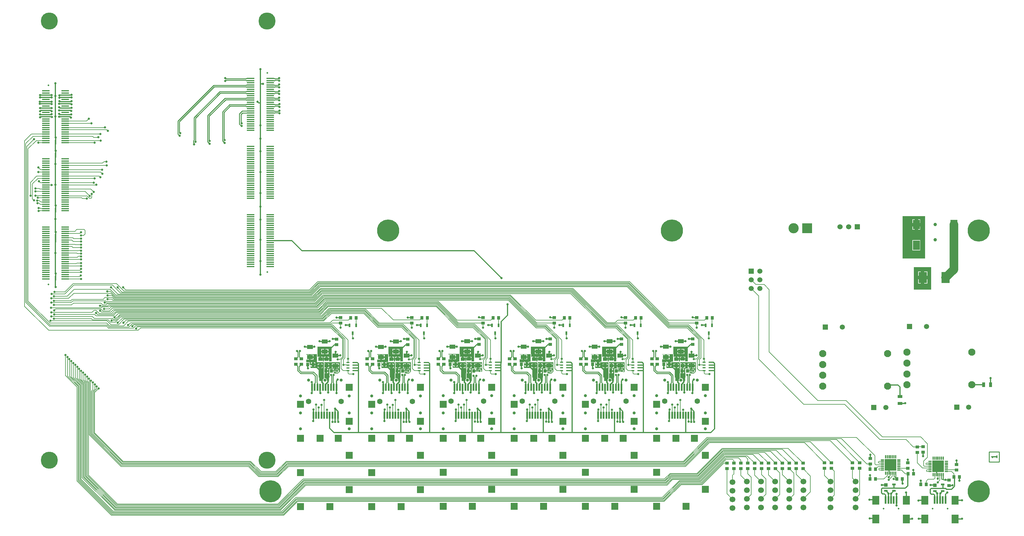
<source format=gtl>
%FSLAX25Y25*%
%MOIN*%
G70*
G01*
G75*
G04 Layer_Physical_Order=1*
G04 Layer_Color=255*
%ADD10R,0.09646X0.12598*%
%ADD11R,0.07874X0.10630*%
%ADD12R,0.08858X0.01575*%
%ADD13R,0.01772X0.11024*%
%ADD14R,0.01772X0.18504*%
%ADD15R,0.03543X0.03937*%
%ADD16R,0.03740X0.03937*%
%ADD17R,0.07087X0.04528*%
%ADD18R,0.04724X0.03937*%
%ADD19R,0.01969X0.07874*%
%ADD20R,0.03937X0.03740*%
%ADD21R,0.02362X0.03937*%
%ADD22O,0.04000X0.01200*%
%ADD23R,0.03937X0.03543*%
%ADD24O,0.01181X0.04134*%
%ADD25O,0.04134X0.01181*%
%ADD26R,0.13189X0.13189*%
%ADD27R,0.07874X0.09843*%
%ADD28R,0.01969X0.09055*%
%ADD29R,0.03937X0.02362*%
%ADD30R,0.03937X0.03937*%
%ADD31R,0.03740X0.05512*%
%ADD32R,0.05512X0.03740*%
%ADD33C,0.01200*%
%ADD34C,0.00600*%
%ADD35C,0.01100*%
%ADD36C,0.01000*%
%ADD37C,0.01600*%
%ADD38C,0.10000*%
%ADD39C,0.04000*%
%ADD40C,0.03937*%
%ADD41C,0.01969*%
%ADD42C,0.25590*%
%ADD43R,0.07874X0.07874*%
%ADD44C,0.06299*%
%ADD45C,0.03543*%
%ADD46R,0.05906X0.05906*%
%ADD47C,0.05906*%
%ADD48R,0.11811X0.11811*%
%ADD49C,0.11811*%
%ADD50C,0.06000*%
%ADD51R,0.06000X0.06000*%
%ADD52C,0.08268*%
%ADD53R,0.05906X0.05906*%
%ADD54C,0.06693*%
%ADD55C,0.19685*%
%ADD56C,0.02600*%
G36*
X361000Y187000D02*
X357962D01*
Y187369D01*
X357962D01*
Y189137D01*
X352038D01*
Y187369D01*
X352038D01*
Y187354D01*
X351684Y187000D01*
X350762D01*
Y187000D01*
Y187268D01*
X350762Y187354D01*
X350762D01*
D01*
Y187354D01*
X350762D01*
D01*
Y189037D01*
X347799D01*
Y189836D01*
X347000D01*
Y192405D01*
X345003D01*
X345003Y192405D01*
D01*
D01*
X345003Y192405D01*
X344838Y192405D01*
X344649Y192594D01*
Y195500D01*
X344500Y195861D01*
Y204000D01*
X361000D01*
Y187000D01*
D02*
G37*
G36*
X443200D02*
X440262D01*
Y187369D01*
X440262D01*
Y189137D01*
X434338D01*
Y187369D01*
X434338D01*
Y187354D01*
X433984Y187000D01*
X433062D01*
Y187000D01*
Y187268D01*
X433062Y187354D01*
X433062D01*
D01*
Y187354D01*
X433062D01*
D01*
Y189037D01*
X430099D01*
Y189836D01*
X429300D01*
Y192405D01*
X427203D01*
X427203Y192405D01*
D01*
D01*
X427203Y192405D01*
X427138Y192405D01*
X426849Y192694D01*
Y195500D01*
X426700Y195861D01*
Y204000D01*
X443200D01*
Y187000D01*
D02*
G37*
G36*
X607900Y187100D02*
X604962D01*
Y187469D01*
X604962D01*
Y189237D01*
X599038D01*
Y187469D01*
X599038D01*
Y187454D01*
X598684Y187100D01*
X597762D01*
Y187100D01*
Y187369D01*
X597762Y187454D01*
X597762D01*
D01*
Y187454D01*
X597762D01*
D01*
Y189137D01*
X594799D01*
Y189936D01*
X594000D01*
Y192506D01*
X591903D01*
X591903Y192506D01*
D01*
D01*
X591903Y192506D01*
X591838Y192506D01*
X591549Y192794D01*
Y195471D01*
X591500Y195590D01*
Y195719D01*
X591446Y195849D01*
X591400Y195895D01*
Y204100D01*
X607900D01*
Y187100D01*
D02*
G37*
G36*
X535000Y175700D02*
X534145Y174845D01*
X533758Y175162D01*
X533890Y175359D01*
X534037Y176100D01*
X533890Y176841D01*
X533470Y177470D01*
X532841Y177890D01*
X532100Y178037D01*
X531359Y177890D01*
X530730Y177470D01*
X530632Y177323D01*
X527820D01*
Y178668D01*
X522880D01*
Y173554D01*
X522880Y173554D01*
X522880D01*
X522880Y173531D01*
X523000Y173200D01*
D01*
X523000Y173200D01*
X523000Y173200D01*
Y170425D01*
X522995Y170400D01*
X523000Y170375D01*
Y168500D01*
X522800D01*
Y164500D01*
X520494D01*
X520176Y164886D01*
X520289Y165453D01*
X520105Y166378D01*
X519581Y167163D01*
X518796Y167687D01*
X517871Y167871D01*
X517153Y167728D01*
X517100Y167980D01*
Y167980D01*
D01*
D01*
D01*
X517100Y167980D01*
X517057Y168083D01*
X517033Y168107D01*
X517030Y168141D01*
X517000Y168197D01*
Y173402D01*
X517054Y173531D01*
X518250D01*
Y176099D01*
Y178668D01*
X517054D01*
X517000Y178798D01*
Y179465D01*
X517054Y179595D01*
X518900D01*
Y182162D01*
Y184731D01*
X517054D01*
X517000Y184861D01*
Y186200D01*
X535000D01*
Y175700D01*
D02*
G37*
G36*
X508500Y195571D02*
Y192859D01*
Y186849D01*
X506720D01*
X506260Y186659D01*
X506099Y186268D01*
X505050D01*
Y184500D01*
X506720D01*
Y186200D01*
X516351D01*
Y184731D01*
X516500Y184371D01*
Y179955D01*
X516351Y179595D01*
Y178668D01*
X516500Y178308D01*
Y173892D01*
X516351Y173531D01*
Y168092D01*
X516363Y168060D01*
X516354Y168028D01*
X516457Y167835D01*
X516500Y167731D01*
Y167389D01*
X516161Y167163D01*
X515637Y166378D01*
X515453Y165453D01*
X515565Y164886D01*
X515248Y164500D01*
X511300D01*
Y168500D01*
X510500D01*
Y177200D01*
X508000Y179700D01*
X501000D01*
Y186200D01*
X501780D01*
Y184500D01*
X503450D01*
Y186268D01*
X502401D01*
X502239Y186659D01*
X501780Y186849D01*
X501000D01*
X500541Y186659D01*
X500379Y186268D01*
X496000D01*
Y189331D01*
X496357D01*
Y189331D01*
X499700D01*
Y192193D01*
Y195058D01*
X496357D01*
Y195058D01*
X496354D01*
X496000Y195412D01*
Y195700D01*
X508447D01*
X508500Y195571D01*
D02*
G37*
G36*
X673100Y195471D02*
Y192859D01*
Y186749D01*
X671320D01*
X670860Y186559D01*
X670740Y186268D01*
X669650D01*
Y184500D01*
X671320D01*
Y186100D01*
X680951D01*
Y184731D01*
X681100Y184371D01*
Y179955D01*
X680951Y179595D01*
Y178668D01*
X681100Y178308D01*
Y173892D01*
X680951Y173531D01*
Y168092D01*
X680964Y168060D01*
X680954Y168028D01*
X681057Y167835D01*
X681100Y167731D01*
Y167389D01*
X680761Y167163D01*
X680237Y166378D01*
X680053Y165453D01*
X680165Y164886D01*
X679848Y164500D01*
X675900D01*
Y168500D01*
X675100D01*
Y177100D01*
X672600Y179600D01*
X665600D01*
Y186100D01*
X666379D01*
Y184500D01*
X668050D01*
Y186268D01*
X666959D01*
X666839Y186559D01*
X666379Y186749D01*
X665600D01*
X665141Y186559D01*
X665020Y186268D01*
X660600D01*
Y189331D01*
X660957D01*
Y189331D01*
X664300D01*
Y192193D01*
Y195058D01*
X660957D01*
Y195058D01*
X660954D01*
X660600Y195412D01*
Y195600D01*
X673046D01*
X673100Y195471D01*
D02*
G37*
G36*
X690100Y187100D02*
X687262D01*
Y187469D01*
X687262D01*
Y189237D01*
X681338D01*
Y187469D01*
X681338D01*
Y187454D01*
X680984Y187100D01*
X680062D01*
Y187100D01*
Y187369D01*
X680062Y187454D01*
X680062D01*
D01*
Y187454D01*
X680062D01*
D01*
Y189137D01*
X677099D01*
Y189936D01*
X676300D01*
Y192506D01*
X674138D01*
Y192506D01*
X674103D01*
X673749Y192859D01*
D01*
Y195471D01*
X673700Y195590D01*
Y195719D01*
X673646Y195849D01*
X673600Y195895D01*
Y204100D01*
X690100D01*
Y187100D01*
D02*
G37*
G36*
X426200Y195371D02*
X426200Y195371D01*
Y195371D01*
Y192694D01*
Y186649D01*
X424320D01*
X423861Y186459D01*
X423740Y186169D01*
X422650D01*
Y184400D01*
X424320D01*
Y186000D01*
X434051D01*
Y184632D01*
X434200Y184271D01*
Y179855D01*
X434051Y179495D01*
Y178568D01*
X434180Y178255D01*
Y173745D01*
X434051Y173432D01*
Y168012D01*
X434063Y167980D01*
X434054Y167948D01*
X434157Y167755D01*
X434200Y167651D01*
Y167356D01*
X433761Y167063D01*
X433237Y166278D01*
X433053Y165353D01*
X433165Y164787D01*
X432848Y164400D01*
X428900D01*
Y168400D01*
X428200D01*
Y177000D01*
X425700Y179500D01*
X418700D01*
Y186000D01*
X419380D01*
Y184400D01*
X421050D01*
Y186169D01*
X419959D01*
X419839Y186459D01*
X419380Y186649D01*
X418700D01*
X418241Y186459D01*
X418120Y186169D01*
X418020D01*
Y186169D01*
X413700D01*
Y189231D01*
X414054Y189231D01*
X414054D01*
Y189231D01*
D01*
D01*
D01*
X417300D01*
Y192094D01*
Y194958D01*
X414054D01*
X414054Y194958D01*
D01*
D01*
X414053Y194958D01*
X413957Y194958D01*
X413700Y195215D01*
Y195500D01*
X426071D01*
X426200Y195371D01*
D02*
G37*
G36*
X590900Y195471D02*
Y192794D01*
Y186749D01*
X589020D01*
X588560Y186559D01*
X588440Y186268D01*
X587350D01*
Y184500D01*
X589020D01*
Y186100D01*
X598751D01*
Y184861D01*
X598800Y184741D01*
Y184612D01*
X598853Y184483D01*
X598900Y184437D01*
Y179890D01*
X598853Y179843D01*
X598800Y179714D01*
Y179585D01*
X598751Y179465D01*
Y178798D01*
X598800Y178678D01*
X598800Y178549D01*
X598853Y178420D01*
X598880Y178393D01*
Y173807D01*
X598853Y173780D01*
X598800Y173651D01*
X598800Y173522D01*
X598751Y173402D01*
Y168112D01*
X598764Y168080D01*
X598754Y168048D01*
X598857Y167855D01*
X598900Y167751D01*
Y167456D01*
X598461Y167163D01*
X597937Y166378D01*
X597753Y165453D01*
X597865Y164886D01*
X597548Y164500D01*
X593600D01*
Y168500D01*
X592900D01*
Y177100D01*
X590400Y179600D01*
X583400D01*
Y186100D01*
X584080D01*
Y184500D01*
X585750D01*
Y186268D01*
X584659D01*
X584539Y186559D01*
X584080Y186749D01*
X583400D01*
X582941Y186559D01*
X582820Y186268D01*
X582721D01*
Y186268D01*
X578400D01*
Y189331D01*
X578754Y189331D01*
X578754D01*
Y189331D01*
D01*
D01*
D01*
X582000D01*
Y192193D01*
Y195058D01*
X578754D01*
X578754Y195058D01*
D01*
D01*
X578754Y195058D01*
X578657Y195058D01*
X578400Y195315D01*
Y195600D01*
X590846D01*
X590900Y195471D01*
D02*
G37*
G36*
X755500D02*
Y192794D01*
Y186749D01*
X753620D01*
X753160Y186559D01*
X753040Y186268D01*
X751950D01*
Y184500D01*
X753620D01*
Y186100D01*
X763351D01*
Y184731D01*
X763500Y184371D01*
Y179955D01*
X763351Y179595D01*
Y178668D01*
X763480Y178355D01*
Y173845D01*
X763351Y173531D01*
Y168112D01*
X763364Y168080D01*
X763354Y168048D01*
X763457Y167855D01*
X763500Y167751D01*
Y167456D01*
X763061Y167163D01*
X762537Y166378D01*
X762353Y165453D01*
X762465Y164886D01*
X762148Y164500D01*
X758200D01*
Y168500D01*
X757500D01*
Y177100D01*
X755000Y179600D01*
X748000D01*
Y186100D01*
X748679D01*
Y184500D01*
X750350D01*
Y186268D01*
X749259D01*
X749139Y186559D01*
X748679Y186749D01*
X748000D01*
X747541Y186559D01*
X747420Y186268D01*
X747321D01*
Y186268D01*
X743000D01*
Y189331D01*
X743354Y189331D01*
X743354D01*
Y189331D01*
D01*
D01*
D01*
X746600D01*
Y192193D01*
Y195058D01*
X743354D01*
X743354Y195058D01*
D01*
D01*
X743354Y195058D01*
X743257Y195058D01*
X743000Y195315D01*
Y195600D01*
X755446D01*
X755500Y195471D01*
D02*
G37*
G36*
X772500Y187100D02*
X769562D01*
Y187469D01*
X769562D01*
Y189237D01*
X763638D01*
Y187469D01*
X763638D01*
Y187454D01*
X763284Y187100D01*
X762362D01*
Y187100D01*
Y187369D01*
X762362Y187454D01*
X762362D01*
D01*
Y187454D01*
X762362D01*
D01*
Y189137D01*
X759399D01*
Y189936D01*
X758600D01*
Y192506D01*
X756503D01*
X756503Y192506D01*
D01*
D01*
X756503Y192506D01*
X756438Y192506D01*
X756149Y192794D01*
Y195471D01*
X756100Y195590D01*
Y195719D01*
X756046Y195849D01*
X756000Y195895D01*
Y204100D01*
X772500D01*
Y187100D01*
D02*
G37*
G36*
X525500Y187200D02*
X522662D01*
Y187200D01*
Y187469D01*
X522662Y187554D01*
X522662D01*
D01*
Y187554D01*
X522662D01*
D01*
Y189237D01*
X516738D01*
Y187554D01*
X516738Y187554D01*
X516738D01*
X516738Y187469D01*
X516469Y187200D01*
X515462D01*
Y187200D01*
Y187369D01*
X515462Y187554D01*
X515462D01*
D01*
Y187554D01*
X515462D01*
D01*
Y189137D01*
X512499D01*
Y189936D01*
X511700D01*
Y192506D01*
X509538D01*
Y192506D01*
X509503D01*
X509149Y192859D01*
D01*
Y195571D01*
X509100Y195690D01*
Y195819D01*
X509047Y195949D01*
X509000Y195995D01*
Y204200D01*
X525500D01*
Y187200D01*
D02*
G37*
G36*
X344000Y186000D02*
X351851D01*
Y184632D01*
X352000Y184271D01*
Y179855D01*
X351851Y179495D01*
Y178568D01*
X351880Y178497D01*
Y173503D01*
X351851Y173432D01*
Y168032D01*
X351864Y168000D01*
X351854Y167968D01*
X351957Y167775D01*
X352000Y167671D01*
Y167423D01*
X351461Y167063D01*
X350937Y166278D01*
X350753Y165353D01*
X350865Y164787D01*
X350548Y164400D01*
X346600D01*
Y168400D01*
X346000D01*
Y177000D01*
X343500Y179500D01*
X336500D01*
Y183000D01*
X335720D01*
Y186169D01*
X331500D01*
Y189231D01*
X331854Y189231D01*
X331854D01*
Y189231D01*
D01*
D01*
D01*
X335000D01*
Y192094D01*
Y194958D01*
X331854D01*
X331854Y194958D01*
D01*
D01*
X331854Y194958D01*
X331657Y194958D01*
X331500Y195115D01*
Y195500D01*
X344000D01*
Y186000D01*
D02*
G37*
G36*
X617400Y175600D02*
X615400Y173600D01*
X614900Y173100D01*
X611543D01*
X611174Y173346D01*
X610490Y173483D01*
Y173483D01*
X610490D01*
D01*
X610490Y173483D01*
D01*
X610432Y173494D01*
X610120Y173531D01*
D01*
X610120D01*
Y173531D01*
Y174876D01*
X612932D01*
X613030Y174730D01*
X613659Y174310D01*
X614400Y174163D01*
X615141Y174310D01*
X615770Y174730D01*
X616190Y175359D01*
X616337Y176100D01*
X616190Y176841D01*
X615770Y177470D01*
X615141Y177890D01*
X614400Y178037D01*
X613659Y177890D01*
X613030Y177470D01*
X612932Y177323D01*
X610120D01*
Y178668D01*
X605180D01*
Y173531D01*
X605400D01*
Y173100D01*
X605400D01*
Y172084D01*
X605295Y171557D01*
X605400Y171029D01*
Y168500D01*
X605100D01*
Y164500D01*
X602794D01*
X602476Y164886D01*
X602589Y165453D01*
X602405Y166378D01*
X601881Y167163D01*
X601096Y167687D01*
X600171Y167871D01*
X599787Y167794D01*
X599400Y168112D01*
Y173402D01*
X599453Y173531D01*
X600550D01*
Y176099D01*
Y178668D01*
X599453D01*
X599400Y178798D01*
Y179465D01*
X599453Y179595D01*
X601200D01*
Y182162D01*
Y184731D01*
X599453D01*
X599400Y184861D01*
Y186100D01*
X617400D01*
Y175600D01*
D02*
G37*
G36*
X1054000Y270000D02*
X1034000D01*
Y296000D01*
X1054000D01*
Y270000D01*
D02*
G37*
G36*
X782000Y175600D02*
X780000Y173600D01*
X779500Y173100D01*
X776143D01*
X775774Y173346D01*
X775090Y173483D01*
Y173483D01*
X775090D01*
D01*
X775090Y173483D01*
D01*
X775032Y173494D01*
X774720Y173531D01*
D01*
X774720D01*
Y173531D01*
Y174876D01*
X777532D01*
X777630Y174730D01*
X778259Y174310D01*
X779000Y174163D01*
X779741Y174310D01*
X780370Y174730D01*
X780790Y175359D01*
X780937Y176100D01*
X780790Y176841D01*
X780370Y177470D01*
X779741Y177890D01*
X779000Y178037D01*
X778259Y177890D01*
X777630Y177470D01*
X777532Y177323D01*
X774720D01*
Y178668D01*
X769779D01*
Y173531D01*
X770000D01*
Y173100D01*
X770000D01*
Y172084D01*
X769895Y171557D01*
X770000Y171029D01*
Y168500D01*
X769700D01*
Y164500D01*
X767393D01*
X767076Y164886D01*
X767189Y165453D01*
X767005Y166378D01*
X766481Y167163D01*
X765696Y167687D01*
X764771Y167871D01*
X764153Y167748D01*
X764100Y167999D01*
Y167999D01*
D01*
D01*
D01*
X764100Y167999D01*
X764057Y168103D01*
X764033Y168127D01*
X764030Y168161D01*
X764000Y168217D01*
Y173402D01*
X764053Y173531D01*
X765150D01*
Y176099D01*
Y178668D01*
X764053D01*
X764000Y178798D01*
Y179465D01*
X764053Y179595D01*
X765800D01*
Y182162D01*
Y184731D01*
X764053D01*
X764000Y184861D01*
Y186100D01*
X782000D01*
Y175600D01*
D02*
G37*
G36*
X1047000Y306000D02*
X1021000D01*
Y355000D01*
X1047000D01*
Y306000D01*
D02*
G37*
G36*
X370500Y175500D02*
X368500Y173500D01*
X368000Y173000D01*
X364543D01*
X364174Y173247D01*
X363490Y173382D01*
Y173382D01*
X363490D01*
D01*
X363490Y173382D01*
D01*
X363432Y173394D01*
X363120Y173432D01*
D01*
X363120D01*
Y173432D01*
Y174776D01*
X365932D01*
X366030Y174630D01*
X366659Y174210D01*
X367400Y174063D01*
X368141Y174210D01*
X368770Y174630D01*
X369190Y175259D01*
X369337Y176000D01*
X369190Y176741D01*
X368770Y177370D01*
X368141Y177790D01*
X367400Y177937D01*
X366659Y177790D01*
X366030Y177370D01*
X365932Y177224D01*
X363120D01*
Y178568D01*
X358179D01*
Y173432D01*
X358500D01*
Y173000D01*
X358500D01*
Y172284D01*
X358442Y172198D01*
X358295Y171457D01*
X358442Y170715D01*
X358500Y170629D01*
Y168400D01*
X358100D01*
Y164400D01*
X355794D01*
X355476Y164787D01*
X355589Y165353D01*
X355405Y166278D01*
X354881Y167063D01*
X354096Y167587D01*
X353171Y167771D01*
X352887Y167714D01*
X352500Y168032D01*
Y173432D01*
X353550D01*
Y175999D01*
Y178568D01*
X352500D01*
Y179495D01*
X354200D01*
Y182062D01*
Y184632D01*
X352500D01*
Y186000D01*
X370500D01*
Y175500D01*
D02*
G37*
G36*
X452700D02*
X450700Y173500D01*
X450200Y173000D01*
X446842D01*
X446474Y173247D01*
X445790Y173382D01*
Y173382D01*
X445790D01*
D01*
X445790Y173382D01*
D01*
X445732Y173394D01*
X445420Y173432D01*
D01*
X445420D01*
Y173432D01*
Y174776D01*
X448232D01*
X448330Y174630D01*
X448959Y174210D01*
X449700Y174063D01*
X450441Y174210D01*
X451070Y174630D01*
X451490Y175259D01*
X451637Y176000D01*
X451490Y176741D01*
X451070Y177370D01*
X450441Y177790D01*
X449700Y177937D01*
X448959Y177790D01*
X448330Y177370D01*
X448232Y177224D01*
X445420D01*
Y178568D01*
X440480D01*
Y173432D01*
X440700D01*
Y173000D01*
X440700D01*
Y171984D01*
X440595Y171457D01*
X440700Y170929D01*
Y168400D01*
X440400D01*
Y164400D01*
X438094D01*
X437776Y164787D01*
X437889Y165353D01*
X437705Y166278D01*
X437181Y167063D01*
X436396Y167587D01*
X435471Y167771D01*
X434853Y167648D01*
X434800Y167899D01*
Y167899D01*
D01*
D01*
D01*
X434800Y167899D01*
X434757Y168003D01*
X434733Y168027D01*
X434730Y168061D01*
X434700Y168116D01*
Y173302D01*
X434754Y173432D01*
X435850D01*
Y175999D01*
Y178568D01*
X434754D01*
X434700Y178698D01*
Y179365D01*
X434754Y179495D01*
X436500D01*
Y182062D01*
Y184632D01*
X434754D01*
X434700Y184761D01*
Y186000D01*
X452700D01*
Y175500D01*
D02*
G37*
G36*
X699600Y175600D02*
X698544Y174544D01*
X698157Y174861D01*
X698490Y175359D01*
X698637Y176100D01*
X698490Y176841D01*
X698070Y177470D01*
X697441Y177890D01*
X696700Y178037D01*
X695959Y177890D01*
X695330Y177470D01*
X695232Y177323D01*
X692420D01*
Y178668D01*
X687479D01*
Y173531D01*
X687600D01*
Y173100D01*
X687600D01*
Y171581D01*
X687595Y171557D01*
X687600Y171532D01*
Y168500D01*
X687400D01*
Y164500D01*
X685093D01*
X684776Y164886D01*
X684889Y165453D01*
X684705Y166378D01*
X684181Y167163D01*
X683396Y167687D01*
X682471Y167871D01*
X681753Y167728D01*
X681700Y167980D01*
Y167980D01*
D01*
D01*
D01*
X681700Y167980D01*
X681657Y168083D01*
X681633Y168107D01*
X681630Y168141D01*
X681600Y168197D01*
Y173402D01*
X681653Y173531D01*
X682850D01*
Y176099D01*
Y178668D01*
X681653D01*
X681600Y178798D01*
Y179465D01*
X681653Y179595D01*
X683500D01*
Y182162D01*
Y184731D01*
X681653D01*
X681600Y184861D01*
Y186100D01*
X699600D01*
Y175600D01*
D02*
G37*
%LPC*%
G36*
X671320Y182900D02*
X669650D01*
Y181131D01*
X671320D01*
Y182900D01*
D02*
G37*
G36*
X668050D02*
X666379D01*
Y181131D01*
X668050D01*
Y182900D01*
D02*
G37*
G36*
X750350D02*
X748679D01*
Y181131D01*
X750350D01*
Y182900D01*
D02*
G37*
G36*
X758600Y184632D02*
X756438D01*
Y182863D01*
X758600D01*
Y184632D01*
D02*
G37*
G36*
X347000Y184531D02*
X344838D01*
Y182763D01*
X347000D01*
Y184531D01*
D02*
G37*
G36*
X753620Y182900D02*
X751950D01*
Y181131D01*
X753620D01*
Y182900D01*
D02*
G37*
G36*
X338750Y182800D02*
X337080D01*
Y181032D01*
X338750D01*
Y182800D01*
D02*
G37*
G36*
X589020Y182900D02*
X587350D01*
Y181131D01*
X589020D01*
Y182900D01*
D02*
G37*
G36*
X585750D02*
X584080D01*
Y181131D01*
X585750D01*
Y182900D01*
D02*
G37*
G36*
X506720D02*
X505050D01*
Y181131D01*
X506720D01*
Y182900D01*
D02*
G37*
G36*
X503450D02*
X501780D01*
Y181131D01*
X503450D01*
Y182900D01*
D02*
G37*
G36*
X342020Y182800D02*
X340350D01*
Y181032D01*
X342020D01*
Y182800D01*
D02*
G37*
G36*
X421050D02*
X419380D01*
Y181032D01*
X421050D01*
Y182800D01*
D02*
G37*
G36*
X424320D02*
X422650D01*
Y181032D01*
X424320D01*
Y182800D01*
D02*
G37*
G36*
X680062Y184632D02*
X677900D01*
Y182863D01*
X680062D01*
Y184632D01*
D02*
G37*
G36*
X446800Y184858D02*
X443457D01*
Y182794D01*
X446800D01*
Y184858D01*
D02*
G37*
G36*
X369443D02*
X366100D01*
Y182794D01*
X369443D01*
Y184858D01*
D02*
G37*
G36*
X364500D02*
X361157D01*
Y182794D01*
X364500D01*
Y184858D01*
D02*
G37*
G36*
X451743D02*
X448400D01*
Y182794D01*
X451743D01*
Y184858D01*
D02*
G37*
G36*
X511700Y184632D02*
X509538D01*
Y182863D01*
X511700D01*
Y184632D01*
D02*
G37*
G36*
X440262D02*
X438100D01*
Y182863D01*
X440262D01*
Y184632D01*
D02*
G37*
G36*
X357962D02*
X355800D01*
Y182863D01*
X357962D01*
Y184632D01*
D02*
G37*
G36*
X676300D02*
X674138D01*
Y182863D01*
X676300D01*
Y184632D01*
D02*
G37*
G36*
X429300Y184531D02*
X427138D01*
Y182763D01*
X429300D01*
Y184531D01*
D02*
G37*
G36*
X350762D02*
X348600D01*
Y182763D01*
X350762D01*
Y184531D01*
D02*
G37*
G36*
X597762Y184632D02*
X595600D01*
Y182863D01*
X597762D01*
Y184632D01*
D02*
G37*
G36*
X433062Y184531D02*
X430900D01*
Y182763D01*
X433062D01*
Y184531D01*
D02*
G37*
G36*
X515462Y184632D02*
X513300D01*
Y182863D01*
X515462D01*
Y184632D01*
D02*
G37*
G36*
X594000D02*
X591838D01*
Y182863D01*
X594000D01*
Y184632D01*
D02*
G37*
G36*
X769562Y181363D02*
X767400D01*
Y179595D01*
X769562D01*
Y181363D01*
D02*
G37*
G36*
X369443Y181194D02*
X366100D01*
Y179131D01*
X369443D01*
Y181194D01*
D02*
G37*
G36*
X446800D02*
X443457D01*
Y179131D01*
X446800D01*
Y181194D01*
D02*
G37*
G36*
X364500D02*
X361157D01*
Y179131D01*
X364500D01*
Y181194D01*
D02*
G37*
G36*
X686121Y178668D02*
X684450D01*
Y176900D01*
X686121D01*
Y178668D01*
D02*
G37*
G36*
X768421D02*
X766750D01*
Y176900D01*
X768421D01*
Y178668D01*
D02*
G37*
G36*
X611500Y181295D02*
X608157D01*
Y179231D01*
X611500D01*
Y181295D01*
D02*
G37*
G36*
X616443D02*
X613100D01*
Y179231D01*
X616443D01*
Y181295D01*
D02*
G37*
G36*
X534143D02*
X530800D01*
Y179231D01*
X534143D01*
Y181295D01*
D02*
G37*
G36*
X451743Y181194D02*
X448400D01*
Y179131D01*
X451743D01*
Y181194D01*
D02*
G37*
G36*
X529200Y181295D02*
X525857D01*
Y179231D01*
X529200D01*
Y181295D01*
D02*
G37*
G36*
X603821Y175300D02*
X602150D01*
Y173531D01*
X603821D01*
Y175300D01*
D02*
G37*
G36*
X686121D02*
X684450D01*
Y173531D01*
X686121D01*
Y175300D01*
D02*
G37*
G36*
X521521D02*
X519850D01*
Y173531D01*
X521521D01*
Y175300D01*
D02*
G37*
G36*
X356821Y175200D02*
X355150D01*
Y173432D01*
X356821D01*
Y175200D01*
D02*
G37*
G36*
X439120D02*
X437450D01*
Y173432D01*
X439120D01*
Y175200D01*
D02*
G37*
G36*
X521521Y178668D02*
X519850D01*
Y176900D01*
X521521D01*
Y178668D01*
D02*
G37*
G36*
X603821D02*
X602150D01*
Y176900D01*
X603821D01*
Y178668D01*
D02*
G37*
G36*
X439120Y178568D02*
X437450D01*
Y176800D01*
X439120D01*
Y178568D01*
D02*
G37*
G36*
X768421Y175300D02*
X766750D01*
Y173531D01*
X768421D01*
Y175300D01*
D02*
G37*
G36*
X356821Y178568D02*
X355150D01*
Y176800D01*
X356821D01*
Y178568D01*
D02*
G37*
G36*
X693800Y181295D02*
X690457D01*
Y179231D01*
X693800D01*
Y181295D01*
D02*
G37*
G36*
X676300Y181263D02*
X674138D01*
Y179495D01*
X676300D01*
Y181263D01*
D02*
G37*
G36*
X680062D02*
X677900D01*
Y179495D01*
X680062D01*
Y181263D01*
D02*
G37*
G36*
X597762D02*
X595600D01*
Y179495D01*
X597762D01*
Y181263D01*
D02*
G37*
G36*
X515462D02*
X513300D01*
Y179495D01*
X515462D01*
Y181263D01*
D02*
G37*
G36*
X594000D02*
X591838D01*
Y179495D01*
X594000D01*
Y181263D01*
D02*
G37*
G36*
X604962Y181363D02*
X602800D01*
Y179595D01*
X604962D01*
Y181363D01*
D02*
G37*
G36*
X687262D02*
X685100D01*
Y179595D01*
X687262D01*
Y181363D01*
D02*
G37*
G36*
X522662D02*
X520500D01*
Y179595D01*
X522662D01*
Y181363D01*
D02*
G37*
G36*
X758600Y181263D02*
X756438D01*
Y179495D01*
X758600D01*
Y181263D01*
D02*
G37*
G36*
X762362D02*
X760200D01*
Y179495D01*
X762362D01*
Y181263D01*
D02*
G37*
G36*
X347000Y181163D02*
X344838D01*
Y179394D01*
X347000D01*
Y181163D01*
D02*
G37*
G36*
X350762D02*
X348600D01*
Y179394D01*
X350762D01*
Y181163D01*
D02*
G37*
G36*
X781043Y181295D02*
X777700D01*
Y179231D01*
X781043D01*
Y181295D01*
D02*
G37*
G36*
X698743D02*
X695400D01*
Y179231D01*
X698743D01*
Y181295D01*
D02*
G37*
G36*
X776100D02*
X772757D01*
Y179231D01*
X776100D01*
Y181295D01*
D02*
G37*
G36*
X440262Y181263D02*
X438100D01*
Y179495D01*
X440262D01*
Y181263D01*
D02*
G37*
G36*
X511700D02*
X509538D01*
Y179495D01*
X511700D01*
Y181263D01*
D02*
G37*
G36*
X357962D02*
X355800D01*
Y179495D01*
X357962D01*
Y181263D01*
D02*
G37*
G36*
X429300Y181163D02*
X427138D01*
Y179394D01*
X429300D01*
Y181163D01*
D02*
G37*
G36*
X433062D02*
X430900D01*
Y179394D01*
X433062D01*
Y181163D01*
D02*
G37*
G36*
X762362Y184632D02*
X760200D01*
Y182863D01*
X762362D01*
Y184632D01*
D02*
G37*
G36*
X604143Y197794D02*
X600800D01*
Y195731D01*
X604143D01*
Y197794D01*
D02*
G37*
G36*
X681500D02*
X678157D01*
Y195731D01*
X681500D01*
Y197794D01*
D02*
G37*
G36*
X521843D02*
X518500D01*
Y195731D01*
X521843D01*
Y197794D01*
D02*
G37*
G36*
X599200D02*
X595857D01*
Y195731D01*
X599200D01*
Y197794D01*
D02*
G37*
G36*
X686443D02*
X683100D01*
Y195731D01*
X686443D01*
Y197794D01*
D02*
G37*
G36*
X352200Y201358D02*
X348857D01*
Y199294D01*
X352200D01*
Y201358D01*
D02*
G37*
G36*
X357143D02*
X353800D01*
Y199294D01*
X357143D01*
Y201358D01*
D02*
G37*
G36*
X763800Y197794D02*
X760457D01*
Y195731D01*
X763800D01*
Y197794D01*
D02*
G37*
G36*
X768743D02*
X765400D01*
Y195731D01*
X768743D01*
Y197794D01*
D02*
G37*
G36*
X516900D02*
X513557D01*
Y195731D01*
X516900D01*
Y197794D01*
D02*
G37*
G36*
X586943Y195058D02*
X583600D01*
Y192994D01*
X586943D01*
Y195058D01*
D02*
G37*
G36*
X669243D02*
X665900D01*
Y192994D01*
X669243D01*
Y195058D01*
D02*
G37*
G36*
X422243Y194958D02*
X418900D01*
Y192894D01*
X422243D01*
Y194958D01*
D02*
G37*
G36*
X504643Y195058D02*
X501300D01*
Y192994D01*
X504643D01*
Y195058D01*
D02*
G37*
G36*
X751543D02*
X748200D01*
Y192994D01*
X751543D01*
Y195058D01*
D02*
G37*
G36*
X434500Y197695D02*
X431157D01*
Y195631D01*
X434500D01*
Y197695D01*
D02*
G37*
G36*
X439443D02*
X436100D01*
Y195631D01*
X439443D01*
Y197695D01*
D02*
G37*
G36*
X352200D02*
X348857D01*
Y195631D01*
X352200D01*
Y197695D01*
D02*
G37*
G36*
X357143D02*
X353800D01*
Y195631D01*
X357143D01*
Y197695D01*
D02*
G37*
G36*
X1043511Y290999D02*
X1038888D01*
Y284900D01*
X1043511D01*
Y290999D01*
D02*
G37*
G36*
X1049734D02*
X1045111D01*
Y284900D01*
X1049734D01*
Y290999D01*
D02*
G37*
G36*
X1043511Y283300D02*
X1038888D01*
Y277201D01*
X1043511D01*
Y283300D01*
D02*
G37*
G36*
X1049734D02*
X1045111D01*
Y277201D01*
X1049734D01*
Y283300D01*
D02*
G37*
G36*
X1041383Y327416D02*
X1032309D01*
Y315586D01*
X1041383D01*
Y327416D01*
D02*
G37*
G36*
X1036046Y351431D02*
X1032309D01*
Y346317D01*
X1036046D01*
Y351431D01*
D02*
G37*
G36*
X1041383D02*
X1037646D01*
Y346317D01*
X1041383D01*
Y351431D01*
D02*
G37*
G36*
X1036046Y344717D02*
X1032309D01*
Y339602D01*
X1036046D01*
Y344717D01*
D02*
G37*
G36*
X1041383D02*
X1037646D01*
Y339602D01*
X1041383D01*
Y344717D01*
D02*
G37*
G36*
X768743Y201458D02*
X765400D01*
Y199395D01*
X768743D01*
Y201458D01*
D02*
G37*
G36*
X516900D02*
X513557D01*
Y199395D01*
X516900D01*
Y201458D01*
D02*
G37*
G36*
X521843D02*
X518500D01*
Y199395D01*
X521843D01*
Y201458D01*
D02*
G37*
G36*
X434500Y201358D02*
X431157D01*
Y199294D01*
X434500D01*
Y201358D01*
D02*
G37*
G36*
X439443D02*
X436100D01*
Y199294D01*
X439443D01*
Y201358D01*
D02*
G37*
G36*
X599200Y201458D02*
X595857D01*
Y199395D01*
X599200D01*
Y201458D01*
D02*
G37*
G36*
X686443D02*
X683100D01*
Y199395D01*
X686443D01*
Y201458D01*
D02*
G37*
G36*
X763800D02*
X760457D01*
Y199395D01*
X763800D01*
Y201458D01*
D02*
G37*
G36*
X604143D02*
X600800D01*
Y199395D01*
X604143D01*
Y201458D01*
D02*
G37*
G36*
X681500D02*
X678157D01*
Y199395D01*
X681500D01*
Y201458D01*
D02*
G37*
G36*
X339943Y194958D02*
X336600D01*
Y192894D01*
X339943D01*
Y194958D01*
D02*
G37*
G36*
X338750Y186169D02*
X337080D01*
Y186000D01*
Y184400D01*
X338750D01*
Y186169D01*
D02*
G37*
G36*
X342020D02*
X340350D01*
Y184400D01*
X342020D01*
Y186000D01*
Y186169D01*
D02*
G37*
G36*
X687262Y184731D02*
X685100D01*
Y182963D01*
X687262D01*
Y184731D01*
D02*
G37*
G36*
X769562D02*
X767400D01*
Y182963D01*
X769562D01*
Y184731D01*
D02*
G37*
G36*
X339943Y191295D02*
X336600D01*
Y189231D01*
X339943D01*
Y191295D01*
D02*
G37*
G36*
X586943Y191394D02*
X583600D01*
Y189331D01*
X586943D01*
Y191394D01*
D02*
G37*
G36*
X669243D02*
X665900D01*
Y189331D01*
X669243D01*
Y191394D01*
D02*
G37*
G36*
X422243Y191295D02*
X418900D01*
Y189231D01*
X422243D01*
Y191295D01*
D02*
G37*
G36*
X504643Y191394D02*
X501300D01*
Y189331D01*
X504643D01*
Y191394D01*
D02*
G37*
G36*
X604962Y184731D02*
X602800D01*
Y182963D01*
X604962D01*
Y184731D01*
D02*
G37*
G36*
X611500Y184958D02*
X608157D01*
Y182895D01*
X611500D01*
Y184958D01*
D02*
G37*
G36*
X616443D02*
X613100D01*
Y182895D01*
X616443D01*
Y184958D01*
D02*
G37*
G36*
X529200D02*
X525857D01*
Y182895D01*
X529200D01*
Y184958D01*
D02*
G37*
G36*
X534143D02*
X530800D01*
Y182895D01*
X534143D01*
Y184958D01*
D02*
G37*
G36*
X693800D02*
X690457D01*
Y182895D01*
X693800D01*
Y184958D01*
D02*
G37*
G36*
X781043D02*
X777700D01*
Y182895D01*
X781043D01*
Y184958D01*
D02*
G37*
G36*
X522662Y184731D02*
X520500D01*
Y182963D01*
X522662D01*
Y184731D01*
D02*
G37*
G36*
X698743Y184958D02*
X695400D01*
Y182895D01*
X698743D01*
Y184958D01*
D02*
G37*
G36*
X776100D02*
X772757D01*
Y182895D01*
X776100D01*
Y184958D01*
D02*
G37*
G36*
X522662Y192605D02*
X520500D01*
Y190837D01*
X522662D01*
Y192605D01*
D02*
G37*
G36*
X601200D02*
X599038D01*
Y190837D01*
X601200D01*
Y192605D01*
D02*
G37*
G36*
X762362Y192506D02*
X760200D01*
Y190737D01*
X762362D01*
Y192506D01*
D02*
G37*
G36*
X518900Y192605D02*
X516738D01*
Y190837D01*
X518900D01*
Y192605D01*
D02*
G37*
G36*
X604962D02*
X602800D01*
Y190837D01*
X604962D01*
Y192605D01*
D02*
G37*
G36*
X765800D02*
X763638D01*
Y190837D01*
X765800D01*
Y192605D01*
D02*
G37*
G36*
X769562D02*
X767400D01*
Y190837D01*
X769562D01*
Y192605D01*
D02*
G37*
G36*
X683500D02*
X681338D01*
Y190837D01*
X683500D01*
Y192605D01*
D02*
G37*
G36*
X687262D02*
X685100D01*
Y190837D01*
X687262D01*
Y192605D01*
D02*
G37*
G36*
X680062Y192506D02*
X677900D01*
Y190737D01*
X680062D01*
Y192506D01*
D02*
G37*
G36*
X433062Y192405D02*
X430900D01*
Y190637D01*
X433062D01*
Y192405D01*
D02*
G37*
G36*
X354200Y192506D02*
X352038D01*
Y190737D01*
X354200D01*
Y192506D01*
D02*
G37*
G36*
X751543Y191394D02*
X748200D01*
Y189331D01*
X751543D01*
Y191394D01*
D02*
G37*
G36*
X350762Y192405D02*
X348600D01*
Y190637D01*
X350762D01*
Y192405D01*
D02*
G37*
G36*
X357962Y192506D02*
X355800D01*
Y190737D01*
X357962D01*
Y192506D01*
D02*
G37*
G36*
X515462D02*
X513300D01*
Y190737D01*
X515462D01*
Y192506D01*
D02*
G37*
G36*
X597762D02*
X595600D01*
Y190737D01*
X597762D01*
Y192506D01*
D02*
G37*
G36*
X436500D02*
X434338D01*
Y190737D01*
X436500D01*
Y192506D01*
D02*
G37*
G36*
X440262D02*
X438100D01*
Y190737D01*
X440262D01*
Y192506D01*
D02*
G37*
%LPD*%
D10*
X1044311Y284100D02*
D03*
X1070689D02*
D03*
D11*
X1080154Y345517D02*
D03*
Y321501D02*
D03*
X1036846Y345516D02*
D03*
Y321501D02*
D03*
D12*
X52953Y445098D02*
D03*
Y452598D02*
D03*
Y460098D02*
D03*
Y467598D02*
D03*
Y475098D02*
D03*
Y482598D02*
D03*
Y490098D02*
D03*
Y497598D02*
D03*
Y500098D02*
D03*
X30453Y445098D02*
D03*
Y452598D02*
D03*
Y460098D02*
D03*
Y467598D02*
D03*
Y475098D02*
D03*
Y482598D02*
D03*
Y490098D02*
D03*
Y497598D02*
D03*
Y500098D02*
D03*
X52953Y366348D02*
D03*
Y373848D02*
D03*
Y381348D02*
D03*
Y388848D02*
D03*
Y396348D02*
D03*
Y403848D02*
D03*
Y411348D02*
D03*
Y418848D02*
D03*
Y421348D02*
D03*
X30453Y366348D02*
D03*
Y373848D02*
D03*
Y381348D02*
D03*
Y388848D02*
D03*
Y396348D02*
D03*
Y403848D02*
D03*
Y411348D02*
D03*
Y418848D02*
D03*
Y421348D02*
D03*
Y342598D02*
D03*
Y340098D02*
D03*
Y332598D02*
D03*
Y325098D02*
D03*
Y317598D02*
D03*
Y310098D02*
D03*
Y302598D02*
D03*
Y295098D02*
D03*
Y287598D02*
D03*
X52953Y342598D02*
D03*
Y340098D02*
D03*
Y332598D02*
D03*
Y325098D02*
D03*
Y317598D02*
D03*
Y310098D02*
D03*
Y302598D02*
D03*
Y295098D02*
D03*
Y287598D02*
D03*
X30453Y282598D02*
D03*
X53012D02*
D03*
X30453Y285118D02*
D03*
X53012D02*
D03*
X30453Y290094D02*
D03*
X53012D02*
D03*
X30453Y292614D02*
D03*
X53012D02*
D03*
X30453Y297590D02*
D03*
X53012D02*
D03*
X30453Y300110D02*
D03*
X53012D02*
D03*
X30453Y305087D02*
D03*
X53012D02*
D03*
X30453Y307606D02*
D03*
X53012D02*
D03*
X30453Y312583D02*
D03*
X53012D02*
D03*
X30453Y315102D02*
D03*
X53012D02*
D03*
X30453Y320079D02*
D03*
X53012D02*
D03*
X30453Y322598D02*
D03*
X53012D02*
D03*
X30453Y327575D02*
D03*
X53012D02*
D03*
X30453Y330095D02*
D03*
X53012D02*
D03*
X30453Y335071D02*
D03*
X53012D02*
D03*
X30453Y337591D02*
D03*
X53012D02*
D03*
X30453Y361339D02*
D03*
X53012D02*
D03*
X30453Y363858D02*
D03*
X53012D02*
D03*
X30453Y368835D02*
D03*
X53012D02*
D03*
X30453Y371354D02*
D03*
X53012D02*
D03*
X30453Y376331D02*
D03*
X53012D02*
D03*
X30453Y378850D02*
D03*
X53012D02*
D03*
X30453Y383827D02*
D03*
X53012D02*
D03*
X30453Y386346D02*
D03*
X53012D02*
D03*
X30453Y391323D02*
D03*
X53012D02*
D03*
X30453Y393843D02*
D03*
X53012D02*
D03*
X30453Y398819D02*
D03*
X53012D02*
D03*
X30453Y401339D02*
D03*
X53012D02*
D03*
X30453Y406315D02*
D03*
X53012D02*
D03*
X30453Y408835D02*
D03*
X53012D02*
D03*
X30453Y413811D02*
D03*
X53012D02*
D03*
X30453Y416331D02*
D03*
X53012D02*
D03*
X30453Y440079D02*
D03*
X53012D02*
D03*
X30453Y442598D02*
D03*
X53012D02*
D03*
X30453Y447575D02*
D03*
X53012D02*
D03*
X30453Y450095D02*
D03*
X53012D02*
D03*
X30453Y455071D02*
D03*
X53012D02*
D03*
X30453Y457590D02*
D03*
X53012D02*
D03*
X30453Y462567D02*
D03*
X53012D02*
D03*
X30453Y465087D02*
D03*
X53012D02*
D03*
X30453Y470063D02*
D03*
X53012D02*
D03*
X30453Y472583D02*
D03*
X53012D02*
D03*
X30453Y477559D02*
D03*
X53012D02*
D03*
X30453Y480079D02*
D03*
X53012D02*
D03*
X30453Y485055D02*
D03*
X53012D02*
D03*
X30453Y487575D02*
D03*
X53012D02*
D03*
X30453Y492551D02*
D03*
X53012D02*
D03*
X30453Y495071D02*
D03*
X53012D02*
D03*
X267323Y351949D02*
D03*
Y344449D02*
D03*
Y336949D02*
D03*
Y329449D02*
D03*
Y321949D02*
D03*
Y314449D02*
D03*
Y306949D02*
D03*
Y299449D02*
D03*
Y296949D02*
D03*
X289823Y351949D02*
D03*
Y344449D02*
D03*
Y336949D02*
D03*
Y329449D02*
D03*
Y321949D02*
D03*
Y314449D02*
D03*
Y306949D02*
D03*
Y299449D02*
D03*
Y296949D02*
D03*
X267323Y430699D02*
D03*
Y423199D02*
D03*
Y415699D02*
D03*
Y408199D02*
D03*
Y400699D02*
D03*
Y393199D02*
D03*
Y385699D02*
D03*
Y378199D02*
D03*
Y375699D02*
D03*
X289823Y430699D02*
D03*
Y423199D02*
D03*
Y415699D02*
D03*
Y408199D02*
D03*
Y400699D02*
D03*
Y393199D02*
D03*
Y385699D02*
D03*
Y378199D02*
D03*
Y375699D02*
D03*
Y454449D02*
D03*
Y456949D02*
D03*
Y464449D02*
D03*
Y471949D02*
D03*
Y479449D02*
D03*
Y486949D02*
D03*
Y494449D02*
D03*
Y501949D02*
D03*
Y509449D02*
D03*
X267323Y454449D02*
D03*
Y456949D02*
D03*
Y464449D02*
D03*
Y471949D02*
D03*
Y479449D02*
D03*
Y486949D02*
D03*
Y494449D02*
D03*
Y501949D02*
D03*
Y509449D02*
D03*
X289823Y514449D02*
D03*
X267264D02*
D03*
X289823Y511929D02*
D03*
X267264D02*
D03*
X289823Y506953D02*
D03*
X267264D02*
D03*
X289823Y504433D02*
D03*
X267264D02*
D03*
X289823Y499457D02*
D03*
X267264D02*
D03*
X289823Y496937D02*
D03*
X267264D02*
D03*
X289823Y491961D02*
D03*
X267264D02*
D03*
X289823Y489441D02*
D03*
X267264D02*
D03*
X289823Y484465D02*
D03*
X267264D02*
D03*
X289823Y481945D02*
D03*
X267264D02*
D03*
X289823Y476968D02*
D03*
X267264D02*
D03*
X289823Y474449D02*
D03*
X267264D02*
D03*
X289823Y469472D02*
D03*
X267264D02*
D03*
X289823Y466953D02*
D03*
X267264D02*
D03*
X289823Y461976D02*
D03*
X267264D02*
D03*
X289823Y459457D02*
D03*
X267264D02*
D03*
X289823Y435709D02*
D03*
X267264D02*
D03*
X289823Y433189D02*
D03*
X267264D02*
D03*
X289823Y428213D02*
D03*
X267264D02*
D03*
X289823Y425693D02*
D03*
X267264D02*
D03*
X289823Y420716D02*
D03*
X267264D02*
D03*
X289823Y418197D02*
D03*
X267264D02*
D03*
X289823Y413220D02*
D03*
X267264D02*
D03*
X289823Y410701D02*
D03*
X267264D02*
D03*
X289823Y405724D02*
D03*
X267264D02*
D03*
X289823Y403205D02*
D03*
X267264D02*
D03*
X289823Y398228D02*
D03*
X267264D02*
D03*
X289823Y395709D02*
D03*
X267264D02*
D03*
X289823Y390732D02*
D03*
X267264D02*
D03*
X289823Y388213D02*
D03*
X267264D02*
D03*
X289823Y383236D02*
D03*
X267264D02*
D03*
X289823Y380716D02*
D03*
X267264D02*
D03*
X289823Y356968D02*
D03*
X267264D02*
D03*
X289823Y354449D02*
D03*
X267264D02*
D03*
X289823Y349472D02*
D03*
X267264D02*
D03*
X289823Y346953D02*
D03*
X267264D02*
D03*
X289823Y341976D02*
D03*
X267264D02*
D03*
X289823Y339457D02*
D03*
X267264D02*
D03*
X289823Y334480D02*
D03*
X267264D02*
D03*
X289823Y331961D02*
D03*
X267264D02*
D03*
X289823Y326984D02*
D03*
X267264D02*
D03*
X289823Y324465D02*
D03*
X267264D02*
D03*
X289823Y319488D02*
D03*
X267264D02*
D03*
X289823Y316968D02*
D03*
X267264D02*
D03*
X289823Y311992D02*
D03*
X267264D02*
D03*
X289823Y309472D02*
D03*
X267264D02*
D03*
X289823Y304496D02*
D03*
X267264D02*
D03*
X289823Y301976D02*
D03*
X267264D02*
D03*
D13*
X41732Y280846D02*
D03*
Y344350D02*
D03*
Y359587D02*
D03*
Y423091D02*
D03*
Y438327D02*
D03*
Y501831D02*
D03*
X278543Y516201D02*
D03*
Y452697D02*
D03*
Y437461D02*
D03*
Y373957D02*
D03*
Y358720D02*
D03*
Y295216D02*
D03*
D14*
X41732Y300098D02*
D03*
Y325098D02*
D03*
Y378839D02*
D03*
Y403839D02*
D03*
Y457579D02*
D03*
Y482579D02*
D03*
X278543Y496949D02*
D03*
Y471949D02*
D03*
Y418209D02*
D03*
Y393209D02*
D03*
Y339469D02*
D03*
Y314469D02*
D03*
D15*
X382950Y237400D02*
D03*
X389250D02*
D03*
X794550Y237500D02*
D03*
X800850D02*
D03*
X712250D02*
D03*
X718550D02*
D03*
X629950D02*
D03*
X636250D02*
D03*
X547650D02*
D03*
X553950D02*
D03*
X465250Y237400D02*
D03*
X471550D02*
D03*
X1041850Y44900D02*
D03*
X1048150D02*
D03*
X983350Y51100D02*
D03*
X989650D02*
D03*
X983350Y62400D02*
D03*
X989650D02*
D03*
D16*
X354350Y176000D02*
D03*
X360650D02*
D03*
X333250Y183600D02*
D03*
X339550D02*
D03*
X1014350Y51000D02*
D03*
X1020650D02*
D03*
X1080150Y53600D02*
D03*
X1086450D02*
D03*
X1027150Y57100D02*
D03*
X1033450D02*
D03*
X744850Y183700D02*
D03*
X751150D02*
D03*
X662550D02*
D03*
X668850D02*
D03*
X580250D02*
D03*
X586550D02*
D03*
X497950D02*
D03*
X504250D02*
D03*
X415550Y183600D02*
D03*
X421850D02*
D03*
X765950Y176100D02*
D03*
X772250D02*
D03*
X683650D02*
D03*
X689950D02*
D03*
X601350D02*
D03*
X607650D02*
D03*
X519050D02*
D03*
X525350D02*
D03*
X436650Y176000D02*
D03*
X442950D02*
D03*
D17*
X365300Y193806D02*
D03*
Y181994D02*
D03*
X353000Y198495D02*
D03*
Y210306D02*
D03*
X335800Y192095D02*
D03*
Y203906D02*
D03*
X764600Y198594D02*
D03*
Y210405D02*
D03*
X682300Y198594D02*
D03*
Y210405D02*
D03*
X600000Y198594D02*
D03*
Y210405D02*
D03*
X517700Y198594D02*
D03*
Y210405D02*
D03*
X435300Y198495D02*
D03*
Y210306D02*
D03*
X747400Y192194D02*
D03*
Y204006D02*
D03*
X665100Y192194D02*
D03*
Y204006D02*
D03*
X582800Y192194D02*
D03*
Y204006D02*
D03*
X500500Y192194D02*
D03*
Y204006D02*
D03*
X418100Y192095D02*
D03*
Y203906D02*
D03*
X776900Y193905D02*
D03*
Y182095D02*
D03*
X694600Y193905D02*
D03*
Y182095D02*
D03*
X612300Y193905D02*
D03*
Y182095D02*
D03*
X530000Y193905D02*
D03*
Y182095D02*
D03*
X447600Y193806D02*
D03*
Y181994D02*
D03*
D18*
X355000Y189937D02*
D03*
Y182063D02*
D03*
X347800Y189837D02*
D03*
Y181963D02*
D03*
X766600Y190037D02*
D03*
Y182163D02*
D03*
X684300Y190037D02*
D03*
Y182163D02*
D03*
X602000Y190037D02*
D03*
Y182163D02*
D03*
X519700Y190037D02*
D03*
Y182163D02*
D03*
X437300Y189937D02*
D03*
Y182063D02*
D03*
X759400Y189937D02*
D03*
Y182063D02*
D03*
X677100Y189937D02*
D03*
Y182063D02*
D03*
X594800Y189937D02*
D03*
Y182063D02*
D03*
X512500Y189937D02*
D03*
Y182063D02*
D03*
X430100Y189837D02*
D03*
Y181963D02*
D03*
D19*
X339785Y124802D02*
D03*
X342935D02*
D03*
X346084D02*
D03*
X349234D02*
D03*
X352383D02*
D03*
X355533D02*
D03*
X358683D02*
D03*
X361832D02*
D03*
X364982D02*
D03*
X368131D02*
D03*
X366557Y157085D02*
D03*
X363407D02*
D03*
X360258D02*
D03*
X357108D02*
D03*
X353958D02*
D03*
X350809D02*
D03*
X347659D02*
D03*
X344510D02*
D03*
X341360D02*
D03*
X338210D02*
D03*
X751385Y124902D02*
D03*
X754535D02*
D03*
X757684D02*
D03*
X760834D02*
D03*
X763983D02*
D03*
X767133D02*
D03*
X770283D02*
D03*
X773432D02*
D03*
X776582D02*
D03*
X779732D02*
D03*
X778157Y157185D02*
D03*
X775007D02*
D03*
X771858D02*
D03*
X768708D02*
D03*
X765558D02*
D03*
X762409D02*
D03*
X759259D02*
D03*
X756110D02*
D03*
X752960D02*
D03*
X749810D02*
D03*
X669085Y124902D02*
D03*
X672235D02*
D03*
X675384D02*
D03*
X678534D02*
D03*
X681683D02*
D03*
X684833D02*
D03*
X687983D02*
D03*
X691132D02*
D03*
X694282D02*
D03*
X697432D02*
D03*
X695857Y157185D02*
D03*
X692707D02*
D03*
X689558D02*
D03*
X686408D02*
D03*
X683258D02*
D03*
X680109D02*
D03*
X676959D02*
D03*
X673809D02*
D03*
X670660D02*
D03*
X667510D02*
D03*
X586785Y124902D02*
D03*
X589935D02*
D03*
X593084D02*
D03*
X596234D02*
D03*
X599383D02*
D03*
X602533D02*
D03*
X605683D02*
D03*
X608832D02*
D03*
X611982D02*
D03*
X615132D02*
D03*
X613557Y157185D02*
D03*
X610407D02*
D03*
X607258D02*
D03*
X604108D02*
D03*
X600958D02*
D03*
X597809D02*
D03*
X594659D02*
D03*
X591509D02*
D03*
X588360D02*
D03*
X585210D02*
D03*
X504485Y124902D02*
D03*
X507635D02*
D03*
X510784D02*
D03*
X513934D02*
D03*
X517084D02*
D03*
X520233D02*
D03*
X523383D02*
D03*
X526532D02*
D03*
X529682D02*
D03*
X532831D02*
D03*
X531257Y157185D02*
D03*
X528107D02*
D03*
X524958D02*
D03*
X521808D02*
D03*
X518658D02*
D03*
X515509D02*
D03*
X512359D02*
D03*
X509209D02*
D03*
X506060D02*
D03*
X502910D02*
D03*
X422085Y124802D02*
D03*
X425235D02*
D03*
X428384D02*
D03*
X431534D02*
D03*
X434684D02*
D03*
X437833D02*
D03*
X440983D02*
D03*
X444132D02*
D03*
X447282D02*
D03*
X450431D02*
D03*
X448857Y157085D02*
D03*
X445707D02*
D03*
X442557D02*
D03*
X439408D02*
D03*
X436258D02*
D03*
X433109D02*
D03*
X429959D02*
D03*
X426810D02*
D03*
X423660D02*
D03*
X420510D02*
D03*
D20*
X366700Y212950D02*
D03*
Y206650D02*
D03*
X325818Y190008D02*
D03*
Y183709D02*
D03*
X319518Y190008D02*
D03*
Y183709D02*
D03*
X1074600Y49850D02*
D03*
Y43550D02*
D03*
X731118Y190108D02*
D03*
Y183809D02*
D03*
X648818Y190108D02*
D03*
Y183809D02*
D03*
X566518Y190108D02*
D03*
Y183809D02*
D03*
X484218Y190108D02*
D03*
Y183809D02*
D03*
X401818Y190008D02*
D03*
Y183709D02*
D03*
X737418Y190108D02*
D03*
Y183809D02*
D03*
X655118Y190108D02*
D03*
Y183809D02*
D03*
X572818Y190108D02*
D03*
Y183809D02*
D03*
X490518Y190108D02*
D03*
Y183809D02*
D03*
X408118Y190008D02*
D03*
Y183709D02*
D03*
X778300Y213050D02*
D03*
Y206750D02*
D03*
X696000Y213050D02*
D03*
Y206750D02*
D03*
X613700Y213050D02*
D03*
Y206750D02*
D03*
X531400Y213050D02*
D03*
Y206750D02*
D03*
X449000Y212950D02*
D03*
Y206650D02*
D03*
D21*
X389140Y228828D02*
D03*
X381660D02*
D03*
X385400Y219772D02*
D03*
X800740Y228928D02*
D03*
X793260D02*
D03*
X797000Y219872D02*
D03*
X718440Y228928D02*
D03*
X710960D02*
D03*
X714700Y219872D02*
D03*
X636140Y228928D02*
D03*
X628660D02*
D03*
X632400Y219872D02*
D03*
X553840Y228928D02*
D03*
X546360D02*
D03*
X550100Y219872D02*
D03*
X471440Y228828D02*
D03*
X463960D02*
D03*
X467700Y219772D02*
D03*
D22*
X386900Y179650D02*
D03*
Y182799D02*
D03*
Y185949D02*
D03*
X379900Y176500D02*
D03*
Y179650D02*
D03*
Y182799D02*
D03*
Y185949D02*
D03*
X386900Y176500D02*
D03*
X798500Y179750D02*
D03*
Y182899D02*
D03*
Y186049D02*
D03*
X791500Y176600D02*
D03*
Y179750D02*
D03*
Y182899D02*
D03*
Y186049D02*
D03*
X798500Y176600D02*
D03*
X716200Y179750D02*
D03*
Y182899D02*
D03*
Y186049D02*
D03*
X709200Y176600D02*
D03*
Y179750D02*
D03*
Y182899D02*
D03*
Y186049D02*
D03*
X716200Y176600D02*
D03*
X633900Y179750D02*
D03*
Y182899D02*
D03*
Y186049D02*
D03*
X626900Y176600D02*
D03*
Y179750D02*
D03*
Y182899D02*
D03*
Y186049D02*
D03*
X633900Y176600D02*
D03*
X551600Y179750D02*
D03*
Y182899D02*
D03*
Y186049D02*
D03*
X544600Y176600D02*
D03*
Y179750D02*
D03*
Y182899D02*
D03*
Y186049D02*
D03*
X551600Y176600D02*
D03*
X469200Y179650D02*
D03*
Y182799D02*
D03*
Y185949D02*
D03*
X462200Y176500D02*
D03*
Y179650D02*
D03*
Y182799D02*
D03*
Y185949D02*
D03*
X469200Y176500D02*
D03*
D23*
X371200Y231550D02*
D03*
Y237850D02*
D03*
X1083400Y61650D02*
D03*
Y67950D02*
D03*
X1044700Y88350D02*
D03*
Y82050D02*
D03*
X1038000Y88250D02*
D03*
Y81950D02*
D03*
X1027100Y63650D02*
D03*
Y69950D02*
D03*
X983600Y68650D02*
D03*
Y74950D02*
D03*
X971400Y69850D02*
D03*
Y63550D02*
D03*
X962800Y69850D02*
D03*
Y63550D02*
D03*
X938600Y69850D02*
D03*
Y63550D02*
D03*
X930700Y69850D02*
D03*
Y63550D02*
D03*
X905900Y69350D02*
D03*
Y63050D02*
D03*
X897900Y69350D02*
D03*
Y63050D02*
D03*
X889900Y69350D02*
D03*
Y63050D02*
D03*
X881900Y69350D02*
D03*
Y63050D02*
D03*
X873900Y69350D02*
D03*
Y63050D02*
D03*
X865900Y69350D02*
D03*
Y63050D02*
D03*
X857900Y69350D02*
D03*
Y63050D02*
D03*
X849900Y69350D02*
D03*
Y63050D02*
D03*
X841900Y69350D02*
D03*
Y63050D02*
D03*
X833900Y69350D02*
D03*
Y63050D02*
D03*
X817900Y69350D02*
D03*
Y63050D02*
D03*
X825900Y69350D02*
D03*
Y63050D02*
D03*
X782800Y231650D02*
D03*
Y237950D02*
D03*
X700500Y231650D02*
D03*
Y237950D02*
D03*
X618200Y231650D02*
D03*
Y237950D02*
D03*
X535900Y231650D02*
D03*
Y237950D02*
D03*
X453500Y231550D02*
D03*
Y237850D02*
D03*
D24*
X1056194Y56251D02*
D03*
X1058163D02*
D03*
X1060131D02*
D03*
X1062100D02*
D03*
X1064069D02*
D03*
X1066037D02*
D03*
X1068005D02*
D03*
Y75149D02*
D03*
X1066037D02*
D03*
X1064069D02*
D03*
X1062100D02*
D03*
X1060131D02*
D03*
X1058163D02*
D03*
X1056194D02*
D03*
X1001194Y57951D02*
D03*
X1003163D02*
D03*
X1005132D02*
D03*
X1007100D02*
D03*
X1009068D02*
D03*
X1011037D02*
D03*
X1013006D02*
D03*
Y76849D02*
D03*
X1011037D02*
D03*
X1009068D02*
D03*
X1007100D02*
D03*
X1005132D02*
D03*
X1003163D02*
D03*
X1001194D02*
D03*
D25*
X1071549Y59794D02*
D03*
Y61763D02*
D03*
Y63731D02*
D03*
Y65700D02*
D03*
Y67668D02*
D03*
Y69637D02*
D03*
Y71605D02*
D03*
X1052651D02*
D03*
Y69637D02*
D03*
Y67668D02*
D03*
Y65700D02*
D03*
Y63731D02*
D03*
Y61763D02*
D03*
Y59794D02*
D03*
X1016549Y61494D02*
D03*
Y63463D02*
D03*
Y65431D02*
D03*
Y67400D02*
D03*
Y69368D02*
D03*
Y71337D02*
D03*
Y73305D02*
D03*
X997651D02*
D03*
Y71337D02*
D03*
Y69368D02*
D03*
Y67400D02*
D03*
Y65431D02*
D03*
Y63463D02*
D03*
Y61494D02*
D03*
D26*
X1062100Y65700D02*
D03*
X1007100Y67400D02*
D03*
D27*
X1046680Y26506D02*
D03*
X1081720D02*
D03*
X1046680Y4853D02*
D03*
X1081720D02*
D03*
X990080Y26506D02*
D03*
X1025120D02*
D03*
X990080Y4853D02*
D03*
X1025120D02*
D03*
D28*
X1067350Y26900D02*
D03*
X1061050D02*
D03*
X1070499D02*
D03*
X1064200D02*
D03*
X1057999D02*
D03*
X1010750D02*
D03*
X1004450D02*
D03*
X1013899D02*
D03*
X1007600D02*
D03*
X1001399D02*
D03*
D29*
X1067328Y44740D02*
D03*
Y37260D02*
D03*
X1058272D02*
D03*
X1010828Y44940D02*
D03*
Y37460D02*
D03*
X1001772D02*
D03*
D30*
X1058272Y43953D02*
D03*
X1001772Y44153D02*
D03*
D31*
X1114663Y160200D02*
D03*
X1122537D02*
D03*
D32*
X1017900Y146537D02*
D03*
Y138663D02*
D03*
D33*
X41732Y273068D02*
X41800Y273000D01*
X41732Y273068D02*
Y280846D01*
X41900Y281014D01*
Y288700D01*
X41732Y288868D02*
X41900Y288700D01*
X41732Y288868D02*
Y300098D01*
X41700Y300131D02*
X41732Y300098D01*
X41700Y300131D02*
Y312600D01*
X41732Y312632D01*
Y325098D01*
X41800Y325166D01*
Y336800D01*
X41732Y336868D02*
X41800Y336800D01*
X41732Y336868D02*
Y344350D01*
X41700Y344383D02*
X41732Y344350D01*
X41700Y344383D02*
Y351900D01*
X41732Y351932D01*
Y359587D01*
X41900Y359754D01*
Y367400D01*
X41732Y367568D02*
X41900Y367400D01*
X41732Y367568D02*
Y378839D01*
X41700Y378871D02*
X41732Y378839D01*
X41700Y378871D02*
Y391500D01*
X41732Y391532D01*
Y403839D01*
X41700Y403871D02*
X41732Y403839D01*
X41700Y403871D02*
Y415400D01*
X41732Y415432D01*
Y423091D01*
X41800Y423158D01*
Y430900D01*
X41732Y430968D02*
X41800Y430900D01*
X41732Y430968D02*
Y438327D01*
X41900Y438494D01*
Y446000D01*
X41732Y446168D02*
X41900Y446000D01*
X41732Y446168D02*
Y457579D01*
X41700Y457611D02*
X41732Y457579D01*
X41700Y457611D02*
Y470400D01*
X41732Y470432D01*
Y482579D01*
X41700Y482611D02*
X41732Y482579D01*
X41700Y482611D02*
Y494300D01*
X41732Y494332D01*
Y501831D01*
X41700Y508900D02*
X41732Y508868D01*
Y501831D02*
Y508868D01*
X60249Y492551D02*
X60300Y492500D01*
X53012Y492551D02*
X60249D01*
X59671Y495071D02*
X60200Y495600D01*
X53012Y495071D02*
X59671D01*
X46200Y494900D02*
X46371Y495071D01*
X53012D01*
X46200Y492000D02*
X46751Y492551D01*
X53012D01*
X46100Y485000D02*
X46155Y485055D01*
X53012D01*
X46200Y488200D02*
X46825Y487575D01*
X53012D01*
X59675D02*
X60200Y488100D01*
X53012Y487575D02*
X59675D01*
X59745Y485055D02*
X60300Y484500D01*
X53012Y485055D02*
X59745D01*
X59679Y480079D02*
X60200Y480600D01*
X53012Y480079D02*
X59679D01*
X59341Y477559D02*
X60000Y476900D01*
X53012Y477559D02*
X59341D01*
X59783Y472583D02*
X59900Y472700D01*
X53012Y472583D02*
X59783D01*
X58937Y470063D02*
X59700Y469300D01*
X53012Y470063D02*
X58937D01*
X45800Y470000D02*
X45863Y470063D01*
X53012D01*
X46000Y473500D02*
X46917Y472583D01*
X53012D01*
X46000Y477600D02*
X46041Y477559D01*
X53012D01*
X46000Y481000D02*
X46921Y480079D01*
X53012D01*
X23900Y469400D02*
X24563Y470063D01*
X30453D01*
X37337D02*
X37500Y469900D01*
X30453Y470063D02*
X37337D01*
X36883Y472583D02*
X37400Y473100D01*
X30453Y472583D02*
X36883D01*
X24000Y472900D02*
X24317Y472583D01*
X30453D01*
X23900Y476400D02*
X25059Y477559D01*
X30453D01*
X36241D02*
X37400Y476400D01*
X30453Y477559D02*
X36241D01*
X37221Y480079D02*
X37300Y480000D01*
X30453Y480079D02*
X37221D01*
X23900Y480000D02*
X23979Y480079D01*
X30453D01*
X23500Y485000D02*
X23555Y485055D01*
X30453D01*
X23600Y487500D02*
X23675Y487575D01*
X30453D01*
X37045Y485055D02*
X37300Y484800D01*
X30453Y485055D02*
X37045D01*
X37275Y487575D02*
X37300Y487600D01*
X30453Y487575D02*
X37275D01*
X37149Y492551D02*
X37300Y492400D01*
X30453Y492551D02*
X37149D01*
X37171Y495071D02*
X37200Y495100D01*
X30453Y495071D02*
X37171D01*
X23900Y492400D02*
X24051Y492551D01*
X30453D01*
X24100Y495300D02*
X24329Y495071D01*
X30453D01*
X1023863Y138663D02*
X1023900Y138700D01*
X1017900Y138663D02*
X1023863D01*
X1015701Y159699D02*
X1017900Y157500D01*
Y146537D02*
Y157500D01*
X1003620Y159699D02*
X1015701D01*
X1122537Y167837D02*
X1122900Y168200D01*
X1122537Y160200D02*
Y167837D01*
X1114662Y160199D02*
X1114663Y160200D01*
X1100920Y160199D02*
X1114662D01*
X770283Y104983D02*
Y124902D01*
X770200Y104900D02*
X770283Y104983D01*
X770200Y104900D02*
X799300D01*
X721500D02*
X770200D01*
X721300Y105100D02*
Y176100D01*
X687800Y104900D02*
X721500D01*
X721300Y105100D02*
X721500Y104900D01*
X687983Y105083D02*
Y124902D01*
X687800Y104900D02*
X687983Y105083D01*
X639200Y104900D02*
X687800D01*
X639000Y105100D02*
X639200Y104900D01*
X605700D02*
X639200D01*
X639000Y105100D02*
Y176100D01*
X605683Y104917D02*
X605700Y104900D01*
X556700D02*
X605700D01*
X605683Y104917D02*
Y124902D01*
X523400Y104900D02*
X556700D01*
Y176100D01*
X523383Y104917D02*
X523400Y104900D01*
X474500D02*
X523400D01*
X523383Y104917D02*
Y124902D01*
X474300Y105100D02*
X474500Y104900D01*
X441100D02*
X474500D01*
X474300Y105100D02*
Y176000D01*
X440983Y105017D02*
Y124802D01*
Y105017D02*
X441100Y104900D01*
X392000D02*
X441100D01*
X392000D02*
Y117700D01*
Y176000D01*
Y117000D02*
Y117700D01*
X803600Y109200D02*
Y176100D01*
X799300Y104900D02*
X803600Y109200D01*
X617805Y193905D02*
X618000Y194100D01*
X612300Y197900D02*
X612500Y198100D01*
X612300Y193905D02*
Y197900D01*
Y193905D02*
X617805D01*
X614400Y176100D02*
X614500Y176200D01*
X609800Y176100D02*
X611500D01*
X609800D02*
X614400D01*
X607650D02*
X609800D01*
X587906Y204006D02*
X588000Y204100D01*
X582800Y204006D02*
X587906D01*
X577000Y204100D02*
X577095Y204006D01*
X582800D01*
X580250Y179350D02*
Y183700D01*
Y179350D02*
X580500Y179100D01*
X605305Y210405D02*
X605500Y210600D01*
X594195Y210405D02*
X600000D01*
X605305D01*
X594000Y210600D02*
X594195Y210405D01*
X613550Y213200D02*
X613700Y213050D01*
X609200Y213200D02*
X613550D01*
X586785Y131385D02*
X587000Y131600D01*
X586785Y124902D02*
Y131385D01*
Y118385D02*
Y124902D01*
X586500Y118100D02*
X586785Y118385D01*
X611982Y117118D02*
X612000Y117100D01*
X611982Y117118D02*
Y124902D01*
X612000Y117100D02*
X612100D01*
X615132Y117469D02*
Y124902D01*
Y117469D02*
X615500Y117100D01*
X615132Y124902D02*
Y129469D01*
X612000Y132600D02*
X615132Y129469D01*
X611982Y124902D02*
Y132582D01*
X612000Y132600D01*
X613557Y164657D02*
X615000Y166100D01*
X613557Y157185D02*
Y164657D01*
Y150657D02*
Y157185D01*
X613500Y150600D02*
X613557Y150657D01*
X604108Y151208D02*
Y157185D01*
X604000Y151100D02*
X604108Y151208D01*
X594659Y150941D02*
Y157185D01*
Y150941D02*
X595000Y150600D01*
X585000Y163100D02*
X585210Y162890D01*
Y157185D02*
Y162890D01*
Y150810D02*
Y157185D01*
X585000Y150600D02*
X585210Y150810D01*
X639000Y179600D02*
Y182600D01*
Y176100D02*
Y179600D01*
Y182600D02*
Y184600D01*
X638500Y176600D02*
X639000Y176100D01*
X637551Y186049D02*
X639000Y184600D01*
X633900Y186049D02*
X637551D01*
X633900Y182899D02*
X638701D01*
X639000Y182600D01*
X633900Y179750D02*
X638850D01*
X639000Y179600D01*
X633900Y176600D02*
X638500D01*
X628287Y229300D02*
X628660Y228928D01*
X624400Y229300D02*
X628287D01*
X700105Y193905D02*
X700300Y194100D01*
X694600Y197900D02*
X694800Y198100D01*
X694600Y193905D02*
Y197900D01*
Y193905D02*
X700105D01*
X696700Y176100D02*
X696800Y176200D01*
X692100Y176100D02*
X693800D01*
X692100D02*
X696700D01*
X689950D02*
X692100D01*
X670205Y204006D02*
X670300Y204100D01*
X665100Y204006D02*
X670205D01*
X659300Y204100D02*
X659395Y204006D01*
X665100D01*
X662550Y179350D02*
Y183700D01*
Y179350D02*
X662800Y179100D01*
X687605Y210405D02*
X687800Y210600D01*
X676495Y210405D02*
X682300D01*
X687605D01*
X676300Y210600D02*
X676495Y210405D01*
X695850Y213200D02*
X696000Y213050D01*
X691500Y213200D02*
X695850D01*
X669085Y131385D02*
X669300Y131600D01*
X669085Y124902D02*
Y131385D01*
Y118385D02*
Y124902D01*
X668800Y118100D02*
X669085Y118385D01*
X694282Y117118D02*
X694300Y117100D01*
X694282Y117118D02*
Y124902D01*
X694300Y117100D02*
X694400D01*
X697432Y117469D02*
Y124902D01*
Y117469D02*
X697800Y117100D01*
X697432Y124902D02*
Y129469D01*
X694300Y132600D02*
X697432Y129469D01*
X694282Y124902D02*
Y132582D01*
X694300Y132600D01*
X695857Y164657D02*
X697300Y166100D01*
X695857Y157185D02*
Y164657D01*
Y150657D02*
Y157185D01*
X695800Y150600D02*
X695857Y150657D01*
X686408Y151208D02*
Y157185D01*
X686300Y151100D02*
X686408Y151208D01*
X676959Y150941D02*
Y157185D01*
Y150941D02*
X677300Y150600D01*
X667300Y163100D02*
X667510Y162890D01*
Y157185D02*
Y162890D01*
Y150810D02*
Y157185D01*
X667300Y150600D02*
X667510Y150810D01*
X721300Y179600D02*
Y182600D01*
Y176100D02*
Y179600D01*
Y182600D02*
Y184600D01*
X720800Y176600D02*
X721300Y176100D01*
X719851Y186049D02*
X721300Y184600D01*
X716200Y186049D02*
X719851D01*
X716200Y182899D02*
X721001D01*
X721300Y182600D01*
X716200Y179750D02*
X721150D01*
X721300Y179600D01*
X716200Y176600D02*
X720800D01*
X710587Y229300D02*
X710960Y228928D01*
X535505Y193905D02*
X535700Y194100D01*
X530000Y197900D02*
X530200Y198100D01*
X530000Y193905D02*
Y197900D01*
Y193905D02*
X535505D01*
X532100Y176100D02*
X532200Y176200D01*
X527500Y176100D02*
X529200D01*
X525350D02*
X527500D01*
X532100D01*
X505606Y204006D02*
X505700Y204100D01*
X500500Y204006D02*
X505606D01*
X494795D02*
X500500D01*
X494700Y204100D02*
X494795Y204006D01*
X497950Y179350D02*
Y183700D01*
Y179350D02*
X498200Y179100D01*
X517700Y210405D02*
X523005D01*
X523200Y210600D01*
X511895Y210405D02*
X517700D01*
X511700Y210600D02*
X511895Y210405D01*
X531250Y213200D02*
X531400Y213050D01*
X526900Y213200D02*
X531250D01*
X504485Y131385D02*
X504700Y131600D01*
X504485Y118385D02*
Y124902D01*
X504200Y118100D02*
X504485Y118385D01*
Y124902D02*
Y131385D01*
X529682Y117118D02*
Y124902D01*
Y117118D02*
X529700Y117100D01*
X529800D01*
X532831Y124902D02*
Y129469D01*
X529700Y132600D02*
X532831Y129469D01*
Y117469D02*
Y124902D01*
X529682D02*
Y132582D01*
X529700Y132600D01*
X532831Y117469D02*
X533200Y117100D01*
X531257Y164657D02*
X532700Y166100D01*
X531257Y157185D02*
Y164657D01*
Y150657D02*
Y157185D01*
X531200Y150600D02*
X531257Y150657D01*
X521808Y151208D02*
Y157185D01*
X521700Y151100D02*
X521808Y151208D01*
X512359Y150941D02*
X512700Y150600D01*
X512359Y150941D02*
Y157185D01*
X502700Y163100D02*
X502910Y162890D01*
Y157185D02*
Y162890D01*
Y150810D02*
Y157185D01*
X502700Y150600D02*
X502910Y150810D01*
X556200Y176600D02*
X556700Y176100D01*
X551600Y179750D02*
X556550D01*
X551600Y176600D02*
X556200D01*
X545987Y229300D02*
X546360Y228928D01*
X542100Y229300D02*
X545987D01*
X782406Y193905D02*
X782600Y194100D01*
X776900Y197900D02*
X777100Y198100D01*
X776900Y193905D02*
Y197900D01*
Y193905D02*
X782406D01*
X779000Y176100D02*
X779100Y176200D01*
X774400Y176100D02*
X776100D01*
X774400D02*
X779000D01*
X772250D02*
X774400D01*
X752505Y204006D02*
X752600Y204100D01*
X747400Y204006D02*
X752505D01*
X741694D02*
X747400D01*
X741600Y204100D02*
X741694Y204006D01*
X744850Y179350D02*
Y183700D01*
Y179350D02*
X745100Y179100D01*
X764600Y210405D02*
X769906D01*
X770100Y210600D01*
X758794Y210405D02*
X764600D01*
X758600Y210600D02*
X758794Y210405D01*
X778150Y213200D02*
X778300Y213050D01*
X773800Y213200D02*
X778150D01*
X751385Y131385D02*
X751600Y131600D01*
X751385Y118385D02*
Y124902D01*
Y131385D01*
X751100Y118100D02*
X751385Y118385D01*
X776582Y117118D02*
Y124902D01*
Y117118D02*
X776600Y117100D01*
X776700D01*
X776600Y132600D02*
X779732Y129469D01*
Y117469D02*
Y124902D01*
Y129469D01*
X776582Y132582D02*
X776600Y132600D01*
X776582Y124902D02*
Y132582D01*
X779732Y117469D02*
X780100Y117100D01*
X778157Y164657D02*
X779600Y166100D01*
X778157Y157185D02*
Y164657D01*
Y150657D02*
Y157185D01*
X778100Y150600D02*
X778157Y150657D01*
X768708Y151208D02*
Y157185D01*
X768600Y151100D02*
X768708Y151208D01*
X759259Y150941D02*
Y157185D01*
Y150941D02*
X759600Y150600D01*
X749810Y157185D02*
Y162890D01*
X749600Y163100D02*
X749810Y162890D01*
Y150810D02*
Y157185D01*
X749600Y150600D02*
X749810Y150810D01*
X803600Y179600D02*
Y182600D01*
Y184600D01*
Y176100D02*
Y179600D01*
X803450Y179750D02*
X803600Y179600D01*
X803301Y182899D02*
X803600Y182600D01*
X802151Y186049D02*
X803600Y184600D01*
X803100Y176600D02*
X803600Y176100D01*
X798500Y186049D02*
X802151D01*
X798500Y179750D02*
X803450D01*
X798500Y182899D02*
X803301D01*
X798500Y176600D02*
X803100D01*
X792887Y229300D02*
X793260Y228928D01*
X789000Y229300D02*
X792887D01*
X453105Y193806D02*
X453300Y194000D01*
X447600Y197800D02*
X447800Y198000D01*
X447600Y193806D02*
Y197800D01*
Y193806D02*
X453105D01*
X449700Y176000D02*
X449800Y176100D01*
X445100Y176000D02*
X446800D01*
X445100D02*
X449700D01*
X442950D02*
X445100D01*
X423206Y203906D02*
X423300Y204000D01*
X418100Y203906D02*
X423206D01*
X412395D02*
X418100D01*
X412300Y204000D02*
X412395Y203906D01*
X415550Y179250D02*
Y183600D01*
Y179250D02*
X415800Y179000D01*
X435300Y210306D02*
X440605D01*
X440800Y210500D01*
X429494Y210306D02*
X435300D01*
X429300Y210500D02*
X429494Y210306D01*
X448850Y213100D02*
X449000Y212950D01*
X444500Y213100D02*
X448850D01*
X422085Y131285D02*
X422300Y131500D01*
X422085Y118285D02*
Y124802D01*
Y131285D01*
X421800Y118000D02*
X422085Y118285D01*
X447282Y117018D02*
Y124802D01*
Y117018D02*
X447300Y117000D01*
X447400D01*
X447300Y132500D02*
X450431Y129368D01*
Y117368D02*
Y124802D01*
Y129368D01*
X447282Y132482D02*
X447300Y132500D01*
X447282Y124802D02*
Y132482D01*
X450431Y117368D02*
X450800Y117000D01*
X448857Y164557D02*
X450300Y166000D01*
X448857Y157085D02*
Y164557D01*
Y150557D02*
Y157085D01*
X448800Y150500D02*
X448857Y150557D01*
X439408Y151108D02*
Y157085D01*
X439300Y151000D02*
X439408Y151108D01*
X429959Y150841D02*
Y157085D01*
Y150841D02*
X430300Y150500D01*
X420510Y157085D02*
Y162790D01*
X420300Y163000D02*
X420510Y162790D01*
Y150710D02*
Y157085D01*
X420300Y150500D02*
X420510Y150710D01*
X474300Y179500D02*
Y182500D01*
Y184500D01*
Y176000D02*
Y179500D01*
X474150Y179650D02*
X474300Y179500D01*
X474001Y182799D02*
X474300Y182500D01*
X472851Y185949D02*
X474300Y184500D01*
X473800Y176500D02*
X474300Y176000D01*
X469200Y185949D02*
X472851D01*
X469200Y179650D02*
X474150D01*
X469200Y182799D02*
X474001D01*
X469200Y176500D02*
X473800D01*
X463587Y229200D02*
X463960Y228828D01*
X459700Y229200D02*
X463587D01*
X362200Y213100D02*
X366550D01*
X368131Y117368D02*
Y124802D01*
Y117368D02*
X368500Y117000D01*
X364982Y117018D02*
Y124802D01*
X365000Y117000D02*
X365100D01*
X377400Y229200D02*
X381287D01*
X381660Y228828D01*
X367400Y176000D02*
X367500Y176100D01*
X362800Y176000D02*
X367400D01*
X362800D02*
X364500D01*
X360650D02*
X362800D01*
X366550Y213100D02*
X366700Y212950D01*
X364982Y132482D02*
X365000Y132500D01*
X392000Y176000D02*
Y179500D01*
X391500Y176500D02*
X392000Y176000D01*
X386900Y176500D02*
X391500D01*
X392000Y179500D02*
Y182500D01*
X391850Y179650D02*
X392000Y179500D01*
X386900Y179650D02*
X391850D01*
X391701Y182799D02*
X392000Y182500D01*
Y184500D01*
X386900Y182799D02*
X391701D01*
X390551Y185949D02*
X392000Y184500D01*
X386900Y185949D02*
X390551D01*
X368131Y124802D02*
Y129368D01*
X365000Y132500D02*
X368131Y129368D01*
X364982Y124802D02*
Y132482D01*
Y117018D02*
X365000Y117000D01*
X339785Y131285D02*
X340000Y131500D01*
X339785Y124802D02*
Y131285D01*
X339500Y118000D02*
X339785Y118285D01*
Y124802D01*
X347659Y150841D02*
X348000Y150500D01*
X347659Y150841D02*
Y157085D01*
X338000Y150500D02*
X338210Y150710D01*
Y157085D01*
X338000Y163000D02*
X338210Y162790D01*
Y157085D02*
Y162790D01*
X366557Y164557D02*
X368000Y166000D01*
X366557Y157085D02*
Y164557D01*
X366500Y150500D02*
X366557Y150557D01*
Y157085D01*
X357000Y151000D02*
X357108Y151108D01*
Y157085D01*
X333250Y179250D02*
X333500Y179000D01*
X333250Y179250D02*
Y183600D01*
X358306Y210306D02*
X358500Y210500D01*
X353000Y210306D02*
X358306D01*
X347000Y210500D02*
X347195Y210306D01*
X353000D01*
X340905Y203906D02*
X341000Y204000D01*
X335800Y203906D02*
X340905D01*
X330000Y204000D02*
X330095Y203906D01*
X335800D01*
X365300Y197800D02*
X365500Y198000D01*
X365300Y193806D02*
Y197800D01*
X370806Y193806D02*
X371000Y194000D01*
X365300Y193806D02*
X370806D01*
X1001772Y37460D02*
X1004450Y34782D01*
X1001399Y26900D02*
Y32501D01*
X1000000Y33900D02*
X1001399Y32501D01*
X997700Y33900D02*
X1000000D01*
X996600Y35000D02*
Y39600D01*
X997400Y40400D01*
X996600Y35000D02*
X997700Y33900D01*
X1020650Y46050D02*
Y51000D01*
Y46050D02*
X1020800Y45900D01*
X1007600Y34232D02*
X1007632Y34200D01*
X1007700D01*
X1005132Y57951D02*
Y65431D01*
X1007100Y67400D01*
X1007600Y26900D02*
Y34232D01*
X1010828Y37460D01*
X1004450Y26900D02*
Y34200D01*
Y34782D01*
X997400Y40400D02*
X1004800D01*
X1006287D01*
X1004800D02*
X1024000D01*
X1026800Y43200D01*
Y56750D01*
X1027150Y57100D01*
X1010828Y40572D02*
Y44940D01*
Y40572D02*
X1011000Y40400D01*
X996953Y44153D02*
X1001772D01*
X996900Y44100D02*
X996953Y44153D01*
X1013899Y26900D02*
Y33801D01*
X1013800Y33900D02*
X1013899Y33801D01*
Y20701D02*
Y26900D01*
Y20701D02*
X1014000Y20600D01*
X1025120Y26506D02*
Y35380D01*
X1025100Y35400D02*
X1025120Y35380D01*
Y4853D02*
X1031953D01*
X1032100Y5000D01*
X989333Y5600D02*
X990080Y4853D01*
X983100Y5600D02*
X989333D01*
X989587Y27000D02*
X990080Y26506D01*
X982600Y27000D02*
X989587D01*
X1039706Y26506D02*
X1046680D01*
X1039400Y26200D02*
X1039706Y26506D01*
X1046433Y5100D02*
X1046680Y4853D01*
X1039600Y5100D02*
X1046433D01*
X1081720Y4853D02*
X1089353D01*
X1089500Y5000D01*
X1081720Y26506D02*
X1089406D01*
X1089500Y26600D01*
X1070499Y26900D02*
Y33399D01*
X1072600Y35500D01*
X1064200Y26900D02*
Y34132D01*
X1061050Y26900D02*
Y34482D01*
X1064200Y34132D02*
X1064634Y34566D01*
X1067328Y37260D01*
X1058272D02*
X1061050Y34482D01*
X1058025Y44200D02*
X1058272Y43953D01*
X1053300Y44200D02*
X1058025D01*
X1086450Y49250D02*
Y53600D01*
Y49250D02*
X1086500Y49200D01*
X1060131Y56251D02*
Y63731D01*
X1062100Y65700D01*
X983600Y74950D02*
Y79100D01*
X1070800Y40200D02*
X1071700Y39300D01*
X1052900Y34700D02*
X1054100Y33500D01*
X1052900Y34700D02*
Y39000D01*
X1054100Y40200D01*
X1057999Y26900D02*
Y32501D01*
X1057000Y33500D02*
X1057999Y32501D01*
X1054100Y33500D02*
X1057000D01*
X1074600Y43550D02*
X1078450D01*
X1078600Y43700D01*
X1077736Y39300D02*
X1081100Y42665D01*
Y52650D01*
X1071700Y39300D02*
X1077736D01*
X1080150Y53600D02*
X1081100Y52650D01*
X1044700Y77500D02*
Y82050D01*
X1044600Y77400D02*
X1044700Y77500D01*
X1054100Y40200D02*
X1067500D01*
X1070800D01*
X1067500D02*
Y44568D01*
X1067328Y44740D02*
X1067500Y44568D01*
X706700Y229300D02*
X710587D01*
X358683Y109700D02*
Y124802D01*
X363483Y104900D02*
X392000D01*
X358683Y109700D02*
X363483Y104900D01*
X556649Y186049D02*
X556700Y186100D01*
X556550Y179750D02*
X556700Y179600D01*
X551600Y182899D02*
X556401D01*
X551600Y186049D02*
X553251D01*
X556649D01*
X556700Y176100D02*
Y179600D01*
Y185200D01*
Y186100D01*
Y185200D02*
X556921Y185421D01*
Y233121D01*
X564300Y240500D01*
Y253200D01*
X525600Y315300D02*
X557400Y283500D01*
X289823Y326984D02*
X314916D01*
X326600Y315300D02*
X525600D01*
X314916Y326984D02*
X326600Y315300D01*
X278543Y287543D02*
Y295216D01*
X278500Y287500D02*
X278543Y287543D01*
Y295216D02*
Y303000D01*
Y314469D01*
Y327857D01*
X278500Y327900D02*
X278543Y327857D01*
X278500Y327900D02*
Y339425D01*
X278543Y339469D01*
Y525243D02*
X278600Y525300D01*
X278543Y507900D02*
Y525243D01*
Y507900D02*
X278643Y508000D01*
X281500D01*
X278543Y486200D02*
Y507900D01*
X276600Y486200D02*
X278543D01*
X275400Y487400D02*
X276600Y486200D01*
X278543Y460000D02*
Y486200D01*
Y444700D02*
Y460000D01*
Y430000D02*
Y444700D01*
Y406100D02*
Y430000D01*
Y381700D02*
Y406100D01*
Y366100D02*
Y381700D01*
Y339469D02*
Y351100D01*
Y366100D01*
X1129848Y75853D02*
Y77852D01*
Y76852D01*
X1123850D01*
X1124850Y75853D01*
D34*
X937150Y95500D02*
X962800Y69850D01*
X914150Y94300D02*
X938600Y69850D01*
X907450Y93100D02*
X930700Y69850D01*
X72600Y52618D02*
X110218Y15000D01*
X302082D01*
X331073Y43991D01*
X786200Y50400D02*
X815200Y79400D01*
X73800Y53115D02*
X110715Y16200D01*
X301585D01*
X330576Y45191D01*
X785703Y51600D02*
X814703Y80600D01*
X75000Y53612D02*
X111212Y17400D01*
X301088D01*
X330079Y46391D01*
X76200Y54109D02*
X111709Y18600D01*
X300591D01*
X329582Y47591D01*
X77400Y54606D02*
X112206Y19800D01*
X300094D01*
X329085Y48791D01*
X784212Y55200D02*
X813212Y84200D01*
X78600Y55103D02*
X112703Y21000D01*
X299597D01*
X328588Y49991D01*
X783715Y56400D02*
X812715Y85400D01*
X79800Y55600D02*
X113200Y22200D01*
X299100D01*
X783218Y57600D02*
X812218Y86600D01*
X784709Y54000D02*
X804054Y73346D01*
X785206Y52800D02*
X804903Y72497D01*
X804054Y73346D02*
X813709Y83000D01*
X804903Y72497D02*
X814206Y81800D01*
X812218Y86600D02*
X888650D01*
X905900Y69350D01*
X812715Y85400D02*
X881850D01*
X897900Y69350D01*
X813212Y84200D02*
X875050D01*
X889900Y69350D01*
X813709Y83000D02*
X868250D01*
X881900Y69350D01*
X814206Y81800D02*
X861450D01*
X873900Y69350D01*
X814703Y80600D02*
X854650D01*
X865900Y69350D01*
X815200Y79400D02*
X847850D01*
X857900Y69350D01*
X71400Y50688D02*
X108288Y13800D01*
X67800Y49197D02*
X106797Y10200D01*
X69000Y49694D02*
X107294Y11400D01*
X70200Y50191D02*
X107791Y12600D01*
X108288Y13800D02*
X303675D01*
X319675Y29800D01*
X743412D01*
X787000Y49200D02*
X815700Y77900D01*
X106797Y10200D02*
X305166D01*
X321166Y26200D01*
X744903D01*
X788700Y45600D02*
X817000Y73900D01*
X107294Y11400D02*
X304669D01*
X320669Y27400D01*
X744406D01*
X788203Y46800D02*
X816903Y75500D01*
X107791Y12600D02*
X304172D01*
X320172Y28600D01*
X743909D01*
X787706Y48000D02*
X816406Y76700D01*
X815700Y77900D02*
X841350D01*
X849900Y69350D01*
X839500Y76700D02*
X841900Y74300D01*
X816406Y76700D02*
X839500D01*
X831200Y75500D02*
X833900Y72800D01*
X816903Y75500D02*
X831200D01*
X824400Y73900D02*
X825900Y72400D01*
X817000Y73900D02*
X824400D01*
X841900Y69350D02*
Y74300D01*
X814150Y69350D02*
X817900D01*
X789200Y44400D02*
X814150Y69350D01*
X825900D02*
Y72400D01*
X833900Y69350D02*
Y72800D01*
X66600Y48700D02*
X106300Y9000D01*
X305663D01*
X321663Y25000D02*
X745400D01*
X305663Y9000D02*
X321663Y25000D01*
X966500Y28300D02*
X971400Y33200D01*
Y63550D01*
X962800Y52000D02*
X966500Y48300D01*
X962800Y52000D02*
Y63550D01*
X599383Y124902D02*
Y142584D01*
X618200Y226100D02*
Y231650D01*
X596234Y124902D02*
Y136966D01*
X596200Y137000D02*
X596234Y136966D01*
X626900Y173600D02*
X627900Y172600D01*
X626900Y173600D02*
Y176600D01*
X627900Y172600D02*
X633000D01*
X589900Y137300D02*
X589935Y137265D01*
Y124902D02*
Y137265D01*
X626699Y183100D02*
X626900Y182899D01*
X621500Y183100D02*
X626699D01*
X621500D02*
Y189300D01*
X602533Y131233D02*
X602600Y131300D01*
X602533Y124902D02*
Y131233D01*
X626800Y190300D02*
X626900Y190200D01*
Y186049D02*
Y190200D01*
X608832Y117468D02*
Y124902D01*
Y117468D02*
X608900Y117400D01*
X632400Y213900D02*
Y219872D01*
X593084Y124902D02*
Y133816D01*
X636140Y237390D02*
X636250Y237500D01*
X636140Y228928D02*
Y237390D01*
X681683Y142584D02*
X681700Y142600D01*
X681683Y124902D02*
Y142584D01*
X678534Y124902D02*
Y136966D01*
X678500Y137000D02*
X678534Y136966D01*
X709200Y173600D02*
X710200Y172600D01*
X709200Y173600D02*
Y176600D01*
X710200Y172600D02*
X715300D01*
X672200Y137300D02*
X672235Y137265D01*
Y124902D02*
Y137265D01*
X708999Y183100D02*
X709200Y182899D01*
X703800Y183100D02*
X708999D01*
X703800D02*
Y189300D01*
X684833Y124902D02*
Y131233D01*
X709100Y190300D02*
Y211800D01*
X709200Y186049D02*
Y190200D01*
X691400Y229500D02*
X709100Y211800D01*
X691132Y117468D02*
Y124902D01*
X714700Y213900D02*
Y219872D01*
X675384Y124902D02*
Y133816D01*
X718440Y237390D02*
X718550Y237500D01*
X718440Y228928D02*
Y237390D01*
X538200Y192300D02*
Y212800D01*
X535600Y189700D02*
X538200Y192300D01*
X532700Y189700D02*
X535600D01*
X524700Y226300D02*
X538200Y212800D01*
X517084Y142584D02*
X517100Y142600D01*
X517084Y124902D02*
Y142584D01*
X535900Y226100D02*
Y231650D01*
X513934Y124902D02*
Y136966D01*
X513900Y137000D02*
X513934Y136966D01*
X539400Y191600D02*
Y193200D01*
Y193500D01*
X538900Y176600D02*
X544600D01*
X539400Y193200D02*
Y213297D01*
X536700Y188900D02*
X539400Y191600D01*
X536700Y178800D02*
X538900Y176600D01*
X536700Y178800D02*
Y188900D01*
X544600Y173600D02*
X545600Y172600D01*
X544600Y173600D02*
Y176600D01*
X545600Y172600D02*
X550700D01*
X525197Y227500D02*
X539400Y213297D01*
X507600Y137300D02*
X507635Y137265D01*
Y124902D02*
Y137265D01*
X544399Y183100D02*
X544600Y182899D01*
X539200Y183100D02*
X544399D01*
X541000Y191100D02*
Y213394D01*
X539200Y189300D02*
X541000Y191100D01*
X539200Y183100D02*
Y189300D01*
X525694Y228700D02*
X541000Y213394D01*
X520233Y131233D02*
X520300Y131300D01*
X520233Y124902D02*
Y131233D01*
X544500Y190300D02*
X544600Y190200D01*
X544500Y190300D02*
Y211800D01*
X544600Y186049D02*
Y190200D01*
X526252Y230048D02*
X544500Y211800D01*
X526532Y117468D02*
Y124902D01*
Y117468D02*
X526600Y117400D01*
X550100Y213900D02*
Y219872D01*
X510784Y124902D02*
Y133816D01*
X544950Y234800D02*
X547650Y237500D01*
X553840Y237390D02*
X553950Y237500D01*
X553840Y228928D02*
Y237390D01*
X763983Y142584D02*
X764000Y142600D01*
X763983Y124902D02*
Y142584D01*
X782800Y226100D02*
Y231650D01*
X760834Y124902D02*
Y136966D01*
X760800Y137000D02*
X760834Y136966D01*
X786300Y191600D02*
Y193200D01*
Y193500D01*
X785800Y176600D02*
X791500D01*
X786300Y193200D02*
Y213297D01*
X783600Y188900D02*
X786300Y191600D01*
X783600Y178800D02*
X785800Y176600D01*
X783600Y178800D02*
Y188900D01*
X791500Y173600D02*
X792500Y172600D01*
X791500Y173600D02*
Y176600D01*
X792500Y172600D02*
X797600D01*
X772497Y227100D02*
X786300Y213297D01*
X754500Y137300D02*
X754535Y137265D01*
Y124902D02*
Y137265D01*
X791299Y183100D02*
X791500Y182899D01*
X786100Y183100D02*
X791299D01*
X786100D02*
Y189300D01*
X767133Y124902D02*
Y131233D01*
X791400Y190300D02*
X791500Y190200D01*
Y186049D02*
Y190200D01*
X773432Y117468D02*
Y124902D01*
Y117468D02*
X773500Y117400D01*
X797000Y213900D02*
Y219872D01*
X757684Y124902D02*
Y133816D01*
X800740Y237390D02*
X800850Y237500D01*
X800740Y228928D02*
Y237390D01*
X434684Y142483D02*
X434700Y142500D01*
X434684Y124802D02*
Y142483D01*
X453500Y226000D02*
Y231550D01*
X431534Y124802D02*
Y136866D01*
X431500Y136900D02*
X431534Y136866D01*
X457000Y191500D02*
Y193100D01*
Y193400D01*
X456500Y176500D02*
X462200D01*
X457000Y193100D02*
Y213281D01*
X454300Y188800D02*
X457000Y191500D01*
X454300Y178700D02*
X456500Y176500D01*
X454300Y178700D02*
Y188800D01*
X462200Y173500D02*
X463200Y172500D01*
X462200Y173500D02*
Y176500D01*
X463200Y172500D02*
X468300D01*
X425200Y137200D02*
X425235Y137165D01*
Y124802D02*
Y137165D01*
X461999Y183000D02*
X462200Y182799D01*
X456800Y183000D02*
X461999D01*
X456800D02*
Y189200D01*
X437833Y131133D02*
X437900Y131200D01*
X437833Y124802D02*
Y131133D01*
X462100Y190200D02*
X462200Y190100D01*
X462100Y190200D02*
Y211784D01*
X462200Y185949D02*
Y190100D01*
X444132Y117368D02*
Y124802D01*
Y117368D02*
X444200Y117300D01*
X467700Y213800D02*
Y219772D01*
X428384Y124802D02*
Y133716D01*
X471440Y237291D02*
X471550Y237400D01*
X471440Y228828D02*
Y237291D01*
X362100Y229400D02*
X379800Y211700D01*
X371200Y226000D02*
Y231550D01*
X379800Y190200D02*
Y211700D01*
X374500Y183000D02*
Y189200D01*
X376300Y191000D01*
Y213294D01*
X374700Y193100D02*
Y213197D01*
X368000Y189600D02*
X370900D01*
X373500Y192200D01*
Y212700D01*
X374700Y191500D02*
Y193100D01*
X372000Y188800D02*
X374700Y191500D01*
X372000Y178700D02*
Y188800D01*
X374700Y193100D02*
Y193400D01*
X372000Y178700D02*
X374200Y176500D01*
X379900D01*
X380900Y172500D02*
X386000D01*
X379900Y173500D02*
X380900Y172500D01*
X379900Y173500D02*
Y176500D01*
X361832Y117368D02*
X361900Y117300D01*
X361832Y117368D02*
Y124802D01*
X355533Y131133D02*
X355600Y131200D01*
X385400Y213800D02*
Y219772D01*
X355533Y124802D02*
Y131133D01*
X352383Y124802D02*
Y142483D01*
X352400Y142500D01*
X379800Y190200D02*
X379900Y190100D01*
Y185949D02*
Y190100D01*
X374500Y183000D02*
X379699D01*
X379900Y182799D01*
X342900Y137200D02*
X342935Y137165D01*
Y124802D02*
Y137165D01*
X346084Y124802D02*
Y133716D01*
X349200Y136900D02*
X349234Y136866D01*
Y124802D02*
Y136866D01*
X993437Y71337D02*
X997651D01*
X992900Y70800D02*
X993437Y71337D01*
X992900Y70000D02*
Y70800D01*
Y70000D02*
X993500Y69400D01*
X997620D01*
X997651Y69368D01*
X1007100Y55600D02*
Y57951D01*
X1005000Y53500D02*
X1007100Y55600D01*
X1005000Y53300D02*
Y53500D01*
Y50189D02*
X1009068Y54257D01*
Y57951D01*
X992681Y65431D02*
X997651D01*
X989650Y62400D02*
X992681Y65431D01*
X989650Y51100D02*
X999400D01*
X1003163Y54863D02*
Y57951D01*
X999400Y51100D02*
X1003163Y54863D01*
X1044000Y294000D02*
X1052000D01*
Y290000D02*
Y294000D01*
Y284000D02*
Y290000D01*
Y278000D02*
Y284000D01*
Y273000D02*
Y278000D01*
X1045000Y273000D02*
X1052000D01*
X1044000Y274000D02*
X1045000Y273000D01*
X1036000Y274000D02*
X1044000D01*
X1036000D02*
Y278000D01*
Y283000D01*
X1037000Y284000D01*
Y287000D01*
X1036000Y288000D02*
X1037000Y287000D01*
X1036000Y288000D02*
Y294000D01*
X1026913Y63463D02*
X1027100Y63650D01*
X1016549Y63463D02*
X1026913D01*
X1023900Y57100D02*
X1027150D01*
X1016549Y61494D02*
X1019506D01*
X1023900Y57100D01*
X1033450D02*
Y61350D01*
X1033400Y61400D02*
X1033450Y61350D01*
X994063Y63463D02*
X997651D01*
X993700Y63100D02*
X994063Y63463D01*
X993700Y61700D02*
Y63100D01*
X993906Y61494D02*
X997651D01*
X993700Y61700D02*
X993906Y61494D01*
X1071549Y59794D02*
X1077606D01*
X1080150Y53600D02*
Y57250D01*
X1077606Y59794D02*
X1080150Y57250D01*
X1071549Y61763D02*
X1083287D01*
X1083400Y61650D01*
X983350Y62400D02*
Y68401D01*
X983600Y68650D01*
X979450D02*
X983600D01*
X1061700Y47300D02*
X1064069Y49668D01*
Y56251D01*
X1062100Y52000D02*
Y56251D01*
X1061600Y51500D02*
X1062100Y52000D01*
X1058163Y51863D02*
Y56251D01*
X1057000Y50700D02*
X1058163Y51863D01*
X1048150Y48550D02*
X1050300Y50700D01*
X1048150Y44900D02*
Y48550D01*
X1050300Y50700D02*
X1057000D01*
X1048600Y60300D02*
Y61400D01*
Y60300D02*
X1049000Y59900D01*
X1052546D01*
X1052651Y59794D01*
X1048100Y69300D02*
X1048437Y69637D01*
X1048900D01*
X1049200D01*
X1052651D01*
X1038000Y69800D02*
Y81950D01*
X1038100Y88350D02*
X1044700D01*
X1038000Y88250D02*
X1038100Y88350D01*
X1048100Y68100D02*
Y69300D01*
Y68100D02*
X1048532Y67668D01*
X1052651D01*
X1048600Y61400D02*
X1048963Y61763D01*
X1052651D01*
X1038000Y69800D02*
X1044069Y63731D01*
X1052651D01*
X1046000Y65700D02*
X1052651D01*
X1045300Y66400D02*
X1046000Y65700D01*
X1045300Y66400D02*
Y71700D01*
X1049600Y76000D01*
X1033301Y88250D02*
X1038000D01*
X1024850Y96700D02*
X1033301Y88250D01*
X994600Y96700D02*
X1024850D01*
X953800Y137500D02*
X994600Y96700D01*
X1049600Y76000D02*
Y86800D01*
Y87600D01*
Y86800D02*
Y91900D01*
X922800Y141700D02*
X955700D01*
X906700Y137500D02*
X953800D01*
X1041800Y99700D02*
X1049600Y91900D01*
X997700Y99700D02*
X1041800D01*
X955700Y141700D02*
X997700Y99700D01*
X84600Y103600D02*
X119000Y69200D01*
X266300D01*
X81000Y102109D02*
X117509Y65600D01*
X82200Y102606D02*
X118006Y66800D01*
X83400Y103103D02*
X118503Y68000D01*
X266300Y69200D02*
X278200Y57300D01*
X118503Y68000D02*
X265803D01*
X277703Y56100D01*
X118006Y66800D02*
X265306D01*
X277206Y54900D01*
X117509Y65600D02*
X264809D01*
X276709Y53700D01*
X298097Y56100D02*
X309997Y68000D01*
X298594Y54900D02*
X310494Y66800D01*
X299091Y53700D02*
X310991Y65600D01*
X277703Y56100D02*
X298097D01*
X277206Y54900D02*
X298594D01*
X276709Y53700D02*
X299091D01*
X278200Y57300D02*
X297600D01*
X309500Y69200D01*
X770091Y65600D02*
X797591Y93100D01*
X907450D01*
X769594Y66800D02*
X797094Y94300D01*
X914150D01*
X769097Y68000D02*
X796597Y95500D01*
X937150D01*
X768600Y69200D02*
X796100Y96700D01*
X266797Y70400D02*
X278697Y58500D01*
X267294Y71600D02*
X279194Y59700D01*
X768103Y70400D02*
X795603Y97900D01*
X297103Y58500D02*
X309003Y70400D01*
X278697Y58500D02*
X297103D01*
X119497Y70400D02*
X266797D01*
X85800Y104097D02*
X119497Y70400D01*
X767606Y71600D02*
X795106Y99100D01*
X296606Y59700D02*
X308506Y71600D01*
X279194Y59700D02*
X296606D01*
X119994Y71600D02*
X267294D01*
X87000Y104594D02*
X119994Y71600D01*
X308506D02*
X767606D01*
X309003Y70400D02*
X768103D01*
X309500Y69200D02*
X768600D01*
X309997Y68000D02*
X769097D01*
X310494Y66800D02*
X769594D01*
X310991Y65600D02*
X770091D01*
X745400Y25000D02*
X764800Y44400D01*
X789200D01*
X744903Y26200D02*
X764303Y45600D01*
X788700D01*
X744406Y27400D02*
X763806Y46800D01*
X788203D01*
X743909Y28600D02*
X763309Y48000D01*
X787706D01*
X743412Y29800D02*
X762812Y49200D01*
X787000D01*
X755100Y50400D02*
X786200D01*
X299100Y22200D02*
X328091Y51191D01*
X752118Y57600D02*
X783218D01*
X752615Y56400D02*
X783715D01*
X753112Y55200D02*
X784212D01*
X753609Y54000D02*
X784709D01*
X754106Y52800D02*
X785206D01*
X754603Y51600D02*
X785703D01*
X328091Y51191D02*
X745709D01*
X752118Y57600D01*
X747697Y46391D02*
X754106Y52800D01*
X747200Y47591D02*
X753609Y54000D01*
X746703Y48791D02*
X753112Y55200D01*
X746206Y49991D02*
X752615Y56400D01*
X748194Y45191D02*
X754603Y51600D01*
X330576Y45191D02*
X748194D01*
X330079Y46391D02*
X747697D01*
X329582Y47591D02*
X747200D01*
X329085Y48791D02*
X746703D01*
X328588Y49991D02*
X746206D01*
X331073Y43991D02*
X748691D01*
X755100Y50400D01*
X443450Y231550D02*
X445300D01*
X453500D01*
X389140Y237291D02*
X389250Y237400D01*
X380250Y234700D02*
X382950Y237400D01*
X389140Y228828D02*
Y237291D01*
X453200Y189600D02*
X455800Y192200D01*
X450300Y189600D02*
X453200D01*
X518000Y227500D02*
Y227500D01*
X506512Y227500D02*
X518000D01*
Y226300D02*
Y226300D01*
X506015Y226300D02*
X518000D01*
X398200Y242600D02*
X414300Y226500D01*
X398697Y243800D02*
X414797Y227700D01*
X399194Y245000D02*
X415294Y228900D01*
X399691Y246200D02*
X415644Y230248D01*
X400188Y247400D02*
X416038Y231550D01*
X507358Y230048D02*
X526252D01*
X507009Y228700D02*
X525694D01*
X518000Y227500D02*
X525197D01*
X518000Y226300D02*
X524700D01*
X507453Y231650D02*
X535900D01*
X506000Y234800D02*
X544950D01*
X481915Y250400D02*
X506015Y226300D01*
X482412Y251600D02*
X506512Y227500D01*
X482909Y252800D02*
X507009Y228700D01*
X483406Y254000D02*
X507358Y230048D01*
X483903Y255200D02*
X507453Y231650D01*
X484400Y256400D02*
X506000Y234800D01*
X360400Y225800D02*
X373500Y212700D01*
X360897Y227000D02*
X374700Y213197D01*
X361394Y228200D02*
X376300Y213294D01*
X360200Y230600D02*
X361150Y231550D01*
X371200D01*
X359400Y231800D02*
X362300Y234700D01*
X380250D01*
X360585Y242600D02*
X398200D01*
X360088Y243800D02*
X398697D01*
X359591Y245000D02*
X399194D01*
X359094Y246200D02*
X399691D01*
X358597Y247400D02*
X400188D01*
X357100Y250400D02*
X481915D01*
X356603Y251600D02*
X482412D01*
X356106Y252800D02*
X482909D01*
X355609Y254000D02*
X483406D01*
X355112Y255200D02*
X483903D01*
X354615Y256400D02*
X484400D01*
X700500Y226100D02*
Y231650D01*
X750697Y227100D02*
X772497D01*
X751194Y228300D02*
X772994D01*
X677115Y225900D02*
X689700D01*
X677612Y227100D02*
X690197D01*
X678109Y228300D02*
X690694D01*
X678606Y229500D02*
X691400D01*
X351685Y233700D02*
X360585Y242600D01*
X351188Y234900D02*
X360088Y243800D01*
X350691Y236100D02*
X359591Y245000D01*
X350194Y237300D02*
X359094Y246200D01*
X349697Y238500D02*
X358597Y247400D01*
X349200Y239700D02*
X358100Y248600D01*
X751238Y231650D02*
X782800D01*
X443637Y230248D02*
X462100Y211784D01*
X358100Y248600D02*
X418700D01*
X414300Y226500D02*
X427500D01*
Y226500D01*
X442084D01*
X455800Y212784D01*
Y192200D02*
Y212784D01*
X414797Y227700D02*
X442581D01*
X457000Y213281D01*
X415294Y228900D02*
X443078D01*
X415644Y230248D02*
X443637D01*
X416038Y231550D02*
X445300D01*
X53012Y455071D02*
X100829D01*
X102200Y453700D01*
X53012Y457590D02*
X98391D01*
X98900Y458100D01*
X53012Y450095D02*
X93695D01*
X93700Y450100D01*
X53012Y442598D02*
X93802D01*
X93900Y442500D01*
X53012Y447575D02*
X84725D01*
X86000Y446300D01*
X91000D01*
X91200Y446500D01*
X99312Y265912D02*
X100600D01*
X109612Y258900D02*
X340306D01*
X37100Y260100D02*
X57100D01*
X40000Y262500D02*
X55400D01*
X750200Y225900D02*
X772000D01*
X113500Y272400D02*
Y272800D01*
X751691Y229500D02*
X773700D01*
X791400Y211800D01*
Y190300D02*
Y211800D01*
X37300Y265100D02*
X52600D01*
X40500Y267400D02*
X52500D01*
X101575Y268175D02*
X105428D01*
X100600Y265912D02*
X105994D01*
X101900Y263400D02*
X106809D01*
X53012Y440079D02*
X86821D01*
X86900Y440000D01*
X101800Y259000D02*
X106900D01*
X122800Y256500D02*
X123600D01*
X341300D01*
X36800Y255000D02*
X36900Y255100D01*
X30376Y391400D02*
X30453Y391323D01*
X122500Y253700D02*
X122900D01*
X342512D01*
X123400Y234900D02*
X351188D01*
X345515Y247300D02*
X354615Y256400D01*
X346012Y246100D02*
X355112Y255200D01*
X346509Y244900D02*
X355609Y254000D01*
X347006Y243700D02*
X356106Y252800D01*
X347503Y242500D02*
X356603Y251600D01*
X348000Y241300D02*
X357100Y250400D01*
X40000Y257300D02*
X59200D01*
X36900Y255100D02*
X59700D01*
X39800Y252400D02*
X60400D01*
X62600Y254600D01*
X122500Y252500D02*
X125100D01*
X343009D01*
X59700Y255100D02*
X61800Y257200D01*
X99611D02*
X100311Y256500D01*
X52500Y267400D02*
X62300Y277200D01*
X52600Y265100D02*
X63100Y275600D01*
X62300Y277200D02*
X112389D01*
X63100Y275600D02*
X107589D01*
X55400Y262500D02*
X63337Y270437D01*
X57100Y260100D02*
X62912Y265912D01*
X63337Y270437D02*
X104863D01*
X62912Y265912D02*
X100600D01*
X61800Y257200D02*
X99611D01*
X53012Y416331D02*
X96031D01*
X97800Y418100D02*
X100700D01*
X96031Y416331D02*
X97800Y418100D01*
X122500Y251300D02*
X123100D01*
X343506D01*
X93200Y251400D02*
X93400Y251200D01*
X62600Y254600D02*
X94300D01*
X97800Y247800D02*
X103800D01*
X122500Y248900D02*
X122900D01*
X344500D01*
X105800Y247000D02*
X106100Y247300D01*
X121700D02*
X122600D01*
X345515D01*
X94900Y249200D02*
X95700Y250000D01*
X121700Y246100D02*
X123200D01*
X346012D01*
X39800Y245800D02*
X40200Y245400D01*
X121700Y244900D02*
X122500D01*
X346509D01*
X53012Y408835D02*
X95535D01*
X95600Y408900D01*
X53012Y406315D02*
X93785D01*
X95900Y404200D01*
X53012Y401339D02*
X92261D01*
X93500Y400100D01*
X121700Y243700D02*
X123700D01*
X347006D01*
X121700Y242500D02*
X122200D01*
X347503D01*
X121700Y241300D02*
X122900D01*
X348000D01*
X104200Y245400D02*
X106100Y247300D01*
X36900Y243700D02*
X37000Y243800D01*
X418700Y248600D02*
X432122Y235178D01*
X463028D01*
X465250Y237400D01*
X749785Y234800D02*
X791850D01*
X794550Y237500D01*
X119900Y272700D02*
Y272800D01*
X106900Y259000D02*
X108200Y257700D01*
X621200Y176600D02*
X626900D01*
X619000Y188900D02*
X621700Y191600D01*
X619000Y178800D02*
Y188900D01*
Y178800D02*
X621200Y176600D01*
X112389Y277200D02*
X121089Y268500D01*
X335812D01*
X113500Y272400D02*
X118600Y267300D01*
X336309D01*
X117089Y266100D02*
X336806D01*
X106100Y272700D02*
X113900Y264900D01*
X337303D01*
X104863Y270437D02*
X111600Y263700D01*
X337800D01*
X105428Y268175D02*
X111103Y262500D01*
X338815D01*
X105994Y265912D02*
X110606Y261300D01*
X339312D01*
X106809Y263400D02*
X110109Y260100D01*
X339809D01*
X107312Y261200D02*
X109612Y258900D01*
X108200Y257700D02*
X340803D01*
X100311Y256500D02*
X123600D01*
X100300Y252600D02*
X101400Y253700D01*
X102000Y251200D02*
X103300Y252500D01*
X103400Y250000D02*
X104700Y251300D01*
X103800Y247800D02*
X106100Y250100D01*
Y247300D02*
X107700Y248900D01*
X105900Y244100D02*
X109100Y247300D01*
X98800Y254900D02*
X342015D01*
X101400Y253700D02*
X122900D01*
X103300Y252500D02*
X125100D01*
X104700Y251300D02*
X123100D01*
X106100Y250100D02*
X344003D01*
X107700Y248900D02*
X122900D01*
X116308Y239700D02*
X349200D01*
X109100Y247300D02*
X122600D01*
X110300Y246100D02*
X123200D01*
X114300Y242500D02*
X122200D01*
X121300Y238500D02*
X124300D01*
X349697D01*
X106800Y242600D02*
X110300Y246100D01*
X121300Y237300D02*
X122100D01*
X111700Y244900D02*
X122500D01*
X112389Y243700D02*
X123700D01*
X116211Y241300D02*
X122900D01*
X107800Y241000D02*
X111700Y244900D01*
X108489Y239800D02*
X112389Y243700D01*
X110711Y235800D02*
X116211Y241300D01*
X111208Y234600D02*
X116308Y239700D01*
X117100Y238500D02*
X124300D01*
X119200Y237300D02*
X122100D01*
X113600Y231700D02*
X119200Y237300D01*
X53012Y398819D02*
X86981D01*
X87000Y398800D01*
X111000Y232400D02*
X117100Y238500D01*
X88723Y391323D02*
X88800Y391400D01*
X53012Y391323D02*
X88723D01*
X53012Y393843D02*
X53054Y393800D01*
X86100D01*
X122100Y237300D02*
X350194D01*
X120200Y231700D02*
X123400Y234900D01*
X139900Y233700D02*
X141900D01*
X351685D01*
X121111Y236100D02*
X350691D01*
X125600Y229100D02*
X125900D01*
X140500Y230600D02*
X140800D01*
X360200D01*
X140500Y229400D02*
X141300D01*
X362100D01*
X140500Y228200D02*
X141300D01*
X361394D01*
X125900Y229100D02*
X128600Y231800D01*
X130700Y227700D02*
X132400Y229400D01*
X126511Y226900D02*
X130211Y230600D01*
X128600Y231800D02*
X359400D01*
X130211Y230600D02*
X140800D01*
X132400Y229400D02*
X141300D01*
X134311Y228200D02*
X141300D01*
X126106Y233700D02*
X141900D01*
X114511Y229500D02*
X121111Y236100D01*
X120506Y228100D02*
X126106Y233700D01*
X443078Y228900D02*
X458600Y213378D01*
Y191000D02*
Y213378D01*
X456800Y189200D02*
X458600Y191000D01*
X40200Y241400D02*
X86900D01*
X37000Y243800D02*
X83800D01*
X36700Y249200D02*
X94900D01*
X41900Y247900D02*
X94111D01*
X83800Y243800D02*
X86300Y246300D01*
X88700D01*
X140500Y227000D02*
X141000D01*
X360897D01*
X136600D02*
X141000D01*
X134800Y225200D02*
X136600Y227000D01*
X131611Y225500D02*
X134311Y228200D01*
X140500Y225800D02*
X141500D01*
X360400D01*
X140200D02*
X141500D01*
X137400Y223000D02*
X140200Y225800D01*
X53012Y386346D02*
X82630D01*
X85788Y383188D01*
X53012Y383827D02*
X76099D01*
X81263Y378663D01*
X53012Y378850D02*
X53262Y378600D01*
X78214D01*
X81014Y375800D01*
X82800D01*
X83526Y376525D01*
Y380925D01*
X53012Y376331D02*
X72100D01*
X72931Y375500D01*
X78100D01*
X94300Y254600D02*
X96300Y252600D01*
X100300D01*
X93400Y251200D02*
X102000D01*
X95700Y250000D02*
X103400D01*
X93200Y245700D02*
X94800Y244100D01*
X105900D01*
X94111Y247900D02*
X96611Y245400D01*
X104200D01*
X88700Y246300D02*
X92400Y242600D01*
X106800D01*
X36800Y239000D02*
X84300D01*
X86500Y236800D01*
X86900Y241400D02*
X88500Y239800D01*
Y243100D02*
X90600Y241000D01*
X107800D01*
X88500Y239800D02*
X108489D01*
X84500Y235200D02*
X102500D01*
X106600Y234600D02*
X111208D01*
X109800Y238000D02*
X114300Y242500D01*
X86500Y236800D02*
X107511D01*
X108511Y235800D01*
X110711D01*
X102500Y235200D02*
X105300Y232400D01*
X111000D01*
X101400Y234000D02*
X105900Y229500D01*
X114511D01*
X103700Y226900D02*
X126511D01*
X104300Y228100D02*
X120506D01*
X103100Y225500D02*
X131611D01*
X83200Y236500D02*
X84500Y235200D01*
X40100Y236500D02*
X83200D01*
X36100Y234000D02*
X101400D01*
X100900Y231500D02*
X104300Y228100D01*
X101600Y229000D02*
X103700Y226900D01*
X100800Y227800D02*
X103100Y225500D01*
X35103Y227800D02*
X100800D01*
X89437Y155334D02*
Y158163D01*
X84600Y152194D02*
X87174Y154769D01*
Y160425D01*
X83400Y152691D02*
X84912Y154203D01*
Y162688D01*
X85800Y151697D02*
X89437Y155334D01*
X87000Y151200D02*
X91700Y155900D01*
X82200Y164502D02*
X82649Y164951D01*
X80449Y164040D02*
X81000Y163489D01*
X80386Y167214D02*
X80449Y167151D01*
Y164040D02*
Y167151D01*
X78186Y164605D02*
X79800Y162992D01*
X78124Y169476D02*
X78186Y169414D01*
Y164605D02*
Y169414D01*
X75924Y165171D02*
X78600Y162495D01*
X75924Y165171D02*
Y171676D01*
X73661Y165737D02*
X77400Y161998D01*
X73598Y174002D02*
X73661Y173939D01*
Y165737D02*
Y173939D01*
X71398Y166303D02*
X76200Y161501D01*
X71398Y166303D02*
Y176202D01*
X69135Y166868D02*
X75000Y161003D01*
X69135Y166868D02*
Y178465D01*
X66873Y167434D02*
X73800Y160506D01*
X66873Y167434D02*
Y180727D01*
X64610Y167999D02*
X72600Y160009D01*
X64610Y167999D02*
Y182990D01*
X62347Y168565D02*
X71400Y159512D01*
X62284Y185316D02*
X62347Y185253D01*
Y168565D02*
Y185253D01*
X60084Y169131D02*
X70200Y159015D01*
X60022Y187578D02*
X60084Y187516D01*
Y169131D02*
Y187516D01*
X57822Y169697D02*
X69000Y158518D01*
X57759Y189841D02*
X57822Y189778D01*
Y169697D02*
Y189778D01*
X55559Y170262D02*
X67800Y158021D01*
X55496Y192104D02*
X55559Y192041D01*
Y170262D02*
Y192041D01*
X53296Y170828D02*
X66600Y157524D01*
X53233Y194367D02*
X53296Y194304D01*
Y170828D02*
Y194304D01*
X87000Y104594D02*
Y151200D01*
X85800Y104097D02*
Y151697D01*
X84600Y103600D02*
Y152194D01*
X83400Y103103D02*
Y152691D01*
X82200Y102606D02*
Y164502D01*
X81000Y102109D02*
Y163489D01*
X79800Y55600D02*
Y162992D01*
X78600Y55103D02*
Y162495D01*
X77400Y54606D02*
Y161998D01*
X76200Y54109D02*
Y161501D01*
X75000Y53612D02*
Y161003D01*
X73800Y53115D02*
Y160506D01*
X72600Y52618D02*
Y160009D01*
X71400Y50688D02*
Y159512D01*
X70200Y50191D02*
Y159015D01*
X69000Y49694D02*
Y158518D01*
X67800Y49197D02*
Y158021D01*
X66600Y48700D02*
Y157524D01*
X53012Y462567D02*
X83133D01*
X83200Y462500D01*
X53012Y465087D02*
X77687D01*
X80400Y467800D01*
X53012Y282598D02*
X71198D01*
X71200Y282600D01*
X53012Y285118D02*
X69618D01*
X71000Y286500D01*
X53012Y290094D02*
X70995D01*
X71300Y290400D01*
X53012Y292614D02*
X69914D01*
X71300Y294000D01*
X53012Y297590D02*
X71290D01*
X71300Y297600D01*
X66400Y300800D02*
X71200D01*
X53012Y300110D02*
X65110D01*
X65710D02*
X66400Y300800D01*
X65110Y300110D02*
X65710D01*
X53012Y305087D02*
X71387D01*
X71400Y305100D01*
X53012Y307606D02*
X67106D01*
X68200Y308700D01*
X71300D01*
X71400Y308600D01*
X53012Y312583D02*
X66417D01*
X67300Y311700D01*
X71300D01*
X71400Y311800D01*
X53012Y315102D02*
X67902D01*
X68300Y315500D01*
X71200D01*
X71400Y315300D01*
X53012Y320079D02*
X60721D01*
X62100Y318700D01*
X71300D01*
X71400Y318800D01*
X64598Y322200D02*
X71400D01*
X53012Y322598D02*
X64200D01*
X64598Y322200D01*
X53012Y327575D02*
X60625D01*
X62300Y325900D02*
X71400D01*
X60625Y327575D02*
X62300Y325900D01*
X62700Y329200D02*
X71400D01*
X61800Y330100D02*
X62700Y329200D01*
X53438Y330100D02*
X61800D01*
X53012Y335071D02*
X69971D01*
X71400Y336500D01*
X53012Y337591D02*
X64191D01*
X66300Y339700D01*
X74900D01*
X76100Y338500D01*
Y334400D02*
Y338500D01*
X71400Y332700D02*
X74400D01*
X76100Y334400D01*
X107589Y275600D02*
X117089Y266100D01*
X22439Y361339D02*
X30453D01*
X22300Y361200D02*
X22439Y361339D01*
X24842Y363858D02*
X30453D01*
X24100Y364600D02*
X24842Y363858D01*
X22300Y364600D02*
X24100D01*
X24158Y393843D02*
X30453D01*
X22600Y395400D02*
X24158Y393843D01*
X20800Y370000D02*
X22835D01*
X24000Y368835D02*
X30453D01*
X22835Y370000D02*
X24000Y368835D01*
X24946Y371354D02*
X30453D01*
X20700Y373300D02*
X23000D01*
X24946Y371354D01*
X21519Y398819D02*
X30453D01*
X15100Y392400D02*
X21519Y398819D01*
X30283Y376500D02*
X30453Y376331D01*
X21400Y376500D02*
X30283D01*
X15100Y375100D02*
Y392400D01*
Y375100D02*
X16800Y373400D01*
X18650Y378850D02*
X30453D01*
X18600Y378900D02*
X18650Y378850D01*
X20039Y401339D02*
X30453D01*
X12900Y378900D02*
Y394200D01*
X20039Y401339D01*
X30380Y383900D02*
X30453Y383827D01*
X18700Y383900D02*
X30380D01*
X23554Y386346D02*
X30453D01*
X18689Y387100D02*
X22800D01*
X23554Y386346D01*
X30453Y391323D02*
X37177D01*
X37200Y391300D01*
X21915Y406315D02*
X30453D01*
X21900Y406300D02*
X21915Y406315D01*
X30432Y440100D02*
X30453Y440079D01*
X21800Y440100D02*
X30432D01*
X40100Y231500D02*
X41100D01*
X100900D01*
X35489D02*
X41100D01*
X10100Y256889D02*
X35489Y231500D01*
X19498Y442598D02*
X30453D01*
X10100Y256889D02*
Y433200D01*
X19498Y442598D01*
X36600Y229000D02*
X37800D01*
X101600D01*
X35600D02*
X37800D01*
X8500Y256100D02*
X35600Y229000D01*
X8500Y256100D02*
Y269400D01*
Y271600D01*
Y269400D02*
Y435700D01*
X16800Y444000D01*
X7300Y255603D02*
X35103Y227800D01*
X15875Y447575D02*
X30453D01*
X7300Y255603D02*
Y439000D01*
X15875Y447575D01*
X13894Y450095D02*
X30453D01*
X33800Y223000D02*
X37800D01*
X6100Y442300D02*
X13894Y450095D01*
X6100Y250700D02*
Y442300D01*
Y250700D02*
X33800Y223000D01*
X36300D02*
X37800D01*
X137400D01*
X24465Y408835D02*
X30453D01*
X21900Y411400D02*
X24465Y408835D01*
X621500Y189300D02*
X623300Y191100D01*
X690197Y227100D02*
X704000Y213297D01*
Y191600D02*
Y213297D01*
X697300Y189700D02*
X700200D01*
X689700Y225900D02*
X702800Y212800D01*
Y192300D02*
Y212800D01*
X700200Y189700D02*
X702800Y192300D01*
X703500Y176600D02*
X709200D01*
X701300Y188900D02*
X704000Y191600D01*
X701300Y178800D02*
Y188900D01*
Y178800D02*
X703500Y176600D01*
X99100Y261200D02*
X107312D01*
X59200Y257300D02*
X60800Y258900D01*
X96800D01*
X99100Y261200D01*
X690694Y228300D02*
X705600Y213394D01*
Y191100D02*
Y213394D01*
X703800Y189300D02*
X705600Y191100D01*
X690450Y231650D02*
X700500D01*
X679103Y230700D02*
X689500D01*
X690450Y231650D01*
X709550Y234800D02*
X712250Y237500D01*
X691600Y234800D02*
X709550D01*
X679600Y231900D02*
X688700D01*
X691600Y234800D01*
X779600Y189700D02*
X782500D01*
X772000Y225900D02*
X785100Y212800D01*
Y192300D02*
Y212800D01*
X782500Y189700D02*
X785100Y192300D01*
X772994Y228300D02*
X787900Y213394D01*
Y191100D02*
Y213394D01*
X786100Y189300D02*
X787900Y191100D01*
X119900Y272700D02*
X122900Y269700D01*
X335315D01*
X626800Y190300D02*
Y211800D01*
X609100Y229500D02*
X626800Y211800D01*
X623300Y191100D02*
Y213394D01*
X621700Y191600D02*
Y213297D01*
X608394Y228300D02*
X623300Y213394D01*
X607897Y227100D02*
X621700Y213297D01*
X599383Y142584D02*
X599400Y142600D01*
X39800Y245800D02*
X41900Y247900D01*
X615000Y189700D02*
X617900D01*
X607400Y225900D02*
X620500Y212800D01*
Y192300D02*
Y212800D01*
X617900Y189700D02*
X620500Y192300D01*
X53012Y413811D02*
X101789D01*
X598238Y231650D02*
X618200D01*
X627250Y234800D02*
X629950Y237500D01*
X597200Y225900D02*
X607400D01*
X597697Y227100D02*
X607897D01*
X598194Y228300D02*
X608394D01*
X598691Y229500D02*
X609100D01*
X596785Y234800D02*
X627250D01*
X705185Y279400D02*
X749785Y234800D01*
X335315Y269700D02*
X345015Y279400D01*
X704688Y278200D02*
X751238Y231650D01*
X335812Y268500D02*
X345512Y278200D01*
X704191Y277000D02*
X751691Y229500D01*
X336309Y267300D02*
X346009Y277000D01*
X703694Y275800D02*
X751194Y228300D01*
X336806Y266100D02*
X346506Y275800D01*
X703197Y274600D02*
X750697Y227100D01*
X337303Y264900D02*
X347003Y274600D01*
X702700Y273400D02*
X750200Y225900D01*
X337800Y263700D02*
X347500Y273400D01*
X639900Y271600D02*
X679600Y231900D01*
X338815Y262500D02*
X347915Y271600D01*
X639403Y270400D02*
X679103Y230700D01*
X339312Y261300D02*
X348412Y270400D01*
X638906Y269200D02*
X678606Y229500D01*
X339809Y260100D02*
X348909Y269200D01*
X638409Y268000D02*
X678109Y228300D01*
X340306Y258900D02*
X349406Y268000D01*
X637912Y266800D02*
X677612Y227100D01*
X340803Y257700D02*
X349903Y266800D01*
X637415Y265600D02*
X677115Y225900D01*
X341300Y256500D02*
X350400Y265600D01*
X342015Y254900D02*
X351015Y263900D01*
X342512Y253700D02*
X351512Y262700D01*
X343009Y252500D02*
X352009Y261500D01*
X343506Y251300D02*
X352506Y260300D01*
X344003Y250100D02*
X353003Y259100D01*
X344500Y248900D02*
X353500Y257900D01*
X345015Y279400D02*
X705185D01*
X345512Y278200D02*
X704688D01*
X346009Y277000D02*
X704191D01*
X346506Y275800D02*
X703694D01*
X347003Y274600D02*
X703197D01*
X347500Y273400D02*
X702700D01*
X347915Y271600D02*
X639900D01*
X348412Y270400D02*
X639403D01*
X348909Y269200D02*
X638906D01*
X349406Y268000D02*
X638409D01*
X349903Y266800D02*
X637912D01*
X350400Y265600D02*
X637415D01*
X351015Y263900D02*
X567685D01*
X596785Y234800D01*
X351512Y262700D02*
X567188D01*
X598238Y231650D01*
X352009Y261500D02*
X566691D01*
X598691Y229500D01*
X352506Y260300D02*
X566194D01*
X598194Y228300D01*
X353003Y259100D02*
X565697D01*
X597697Y227100D01*
X353500Y257900D02*
X565200D01*
X597200Y225900D01*
X866500Y198000D02*
X922800Y141700D01*
X854450Y189750D02*
X854900Y189300D01*
X845800Y271500D02*
X854450Y262850D01*
Y189750D02*
Y262850D01*
X860800Y276000D02*
X866500Y270300D01*
X845800Y281500D02*
X851300Y276000D01*
X866500Y198000D02*
Y270300D01*
X851300Y276000D02*
X860800D01*
X854450Y189750D02*
X902750Y141450D01*
X906700Y137500D01*
X988800Y68600D02*
Y78000D01*
Y68600D02*
X990000Y67400D01*
X997651D01*
X796100Y96700D02*
X944550D01*
X971400Y69850D01*
X795603Y97900D02*
X950200D01*
X979450Y68650D01*
X795106Y99100D02*
X967700D01*
X988800Y78000D01*
X817900Y34106D02*
X824400Y27606D01*
X817900Y34106D02*
Y63050D01*
X824400Y47606D02*
Y55400D01*
X825900Y56900D02*
Y63050D01*
X824400Y55400D02*
X825900Y56900D01*
X833900Y55195D02*
Y63050D01*
Y55195D02*
X841095Y48000D01*
X841900Y57300D02*
Y63050D01*
X841095Y28000D02*
X846100Y33005D01*
Y53100D01*
X841900Y57300D02*
X846100Y53100D01*
X849900Y55496D02*
Y63050D01*
Y55496D02*
X857396Y48000D01*
X857900Y56200D02*
Y63050D01*
X857396Y28000D02*
X862800Y33404D01*
Y51300D01*
X857900Y56200D02*
X862800Y51300D01*
X865900Y55797D02*
Y63050D01*
Y55797D02*
X873697Y48000D01*
Y28000D02*
X878800Y33103D01*
Y58150D01*
X873900Y63050D02*
X878800Y58150D01*
X881900Y56099D02*
Y63050D01*
Y56099D02*
X889999Y48000D01*
Y28000D02*
X895200Y33201D01*
X889900Y63050D02*
X895200Y57750D01*
Y33201D02*
Y57750D01*
X897900Y56400D02*
Y63050D01*
Y56400D02*
X906300Y48000D01*
X905900Y63050D02*
X914400Y54550D01*
X906300Y28000D02*
X914400Y36100D01*
Y54550D01*
X930700Y55000D02*
Y63550D01*
X938600D02*
X941846Y60304D01*
X930700Y55000D02*
X937600Y48100D01*
X941846Y32346D02*
Y60304D01*
X937600Y28100D02*
X941846Y32346D01*
D35*
X254350Y473550D02*
X257769Y476968D01*
X267264D01*
X257900Y474600D02*
X267113D01*
X256200Y472900D02*
X257900Y474600D01*
X256200Y463200D02*
Y472900D01*
Y463200D02*
X256800Y462600D01*
X254350Y461585D02*
Y473550D01*
X732668Y199100D02*
X733418Y198350D01*
X267113Y474600D02*
X267264Y474449D01*
X254350Y461585D02*
X256535Y459400D01*
X256800D01*
X299750Y484055D02*
X300500Y484805D01*
X237135Y439800D02*
X237200D01*
X234800Y442135D02*
X237135Y439800D01*
X234800Y442135D02*
Y443950D01*
X236500Y443900D02*
X237300Y443100D01*
X236500Y443900D02*
Y443950D01*
Y475100D02*
X243755Y482355D01*
X261868D01*
X234800Y475804D02*
X243051Y484055D01*
X261868D01*
X234800Y443950D02*
Y475804D01*
X236500Y443950D02*
Y475100D01*
X261868Y484055D02*
X262278Y484465D01*
X267264D01*
X261868Y482355D02*
X262278Y481945D01*
X267264D01*
X568068Y199100D02*
X568818Y198350D01*
X219835Y438900D02*
X220000D01*
X217600Y441135D02*
X219835Y438900D01*
X217600Y441135D02*
Y471404D01*
X219300Y442900D02*
X220100Y442100D01*
X217600Y471404D02*
X237747Y491551D01*
X261868D01*
X219300Y470700D02*
X238451Y489851D01*
X261868D01*
X219300Y442900D02*
Y470700D01*
X203600Y468500D02*
X232447Y497347D01*
X201900Y469204D02*
X231743Y499047D01*
X203600Y443800D02*
Y468500D01*
X232447Y497347D02*
X261868D01*
X201900Y444504D02*
Y469204D01*
X231743Y499047D02*
X261868D01*
X185100Y464500D02*
X225443Y504843D01*
X183400Y465204D02*
X224739Y506543D01*
X185100Y451750D02*
Y464500D01*
X225443Y504843D02*
X261868D01*
X183400Y452500D02*
Y465204D01*
X224739Y506543D02*
X261868D01*
X262278Y506953D02*
X267264D01*
X261868Y506543D02*
X262278Y506953D01*
X185100Y451750D02*
X185650Y451200D01*
X185900D01*
X261868Y504843D02*
X262278Y504433D01*
X267264D01*
X203600Y441300D02*
Y443800D01*
X261868Y497347D02*
X262278Y496937D01*
X267264D01*
X261868Y491551D02*
X262278Y491961D01*
X267264D01*
X261868Y489851D02*
X262278Y489441D01*
X267264D01*
X261868Y499047D02*
X262278Y499457D01*
X267264D01*
X183400Y449900D02*
X185300Y448000D01*
X183400Y449900D02*
Y452500D01*
Y451750D02*
Y452500D01*
X201900Y438100D02*
Y439535D01*
X201150Y440285D02*
X201900Y439535D01*
X201150Y440285D02*
Y442315D01*
X201900Y443065D01*
Y444504D01*
X201800Y438000D02*
X201900Y438100D01*
Y443650D02*
Y444504D01*
X300500Y474109D02*
Y474859D01*
X299750Y476559D02*
X300500Y477309D01*
X299750Y474859D02*
X300500Y474109D01*
X295288Y476559D02*
X299750D01*
X294878Y476968D02*
X295288Y476559D01*
X289823Y476968D02*
X294878D01*
X295288Y474859D02*
X299750D01*
X294878Y474449D02*
X295288Y474859D01*
X289823Y474449D02*
X294878D01*
X300500Y481605D02*
Y482355D01*
X299750D02*
X300500Y481605D01*
X295288Y484055D02*
X299750D01*
X294878Y484465D02*
X295288Y484055D01*
X289823Y484465D02*
X294878D01*
X295288Y482355D02*
X299750D01*
X294878Y481945D02*
X295288Y482355D01*
X289823Y481945D02*
X294878D01*
X300400Y489101D02*
Y489851D01*
X299650Y491551D02*
X300400Y492301D01*
X299650Y489851D02*
X300400Y489101D01*
X295288Y491551D02*
X299650D01*
X294878Y491961D02*
X295288Y491551D01*
X289823Y491961D02*
X294878D01*
X295288Y489851D02*
X299650D01*
X294878Y489441D02*
X295288Y489851D01*
X289823Y489441D02*
X294878D01*
X300200Y496597D02*
Y497347D01*
X299450Y499047D02*
X300200Y499797D01*
X299450Y497347D02*
X300200Y496597D01*
X295288Y499047D02*
X299450D01*
X294878Y499457D02*
X295288Y499047D01*
X289823Y499457D02*
X294878D01*
X295288Y497347D02*
X299450D01*
X294878Y496937D02*
X295288Y497347D01*
X289823Y496937D02*
X294878D01*
X299450Y506600D02*
X300200Y507350D01*
X296757Y506600D02*
X299450D01*
X296700Y506543D02*
X296757Y506600D01*
X297400Y504843D02*
X299507D01*
X296700Y506543D02*
X297000D01*
X299507Y504843D02*
X300200Y504150D01*
X295288Y506543D02*
X296700D01*
X294878Y506953D02*
X295288Y506543D01*
X289823Y506953D02*
X294878D01*
X297400Y504843D02*
X297900D01*
X295288D02*
X297400D01*
X294878Y504433D02*
X295288Y504843D01*
X289823Y504433D02*
X294878D01*
X403368Y199000D02*
X404118Y198250D01*
Y198400D01*
X295127Y514200D02*
X299550D01*
X294878Y514449D02*
X295127Y514200D01*
X289823Y514449D02*
X294878D01*
X295449Y512500D02*
X299550D01*
X294878Y511929D02*
X295449Y512500D01*
X289823Y511929D02*
X294878D01*
X237900Y511589D02*
Y512339D01*
Y514789D02*
X238650Y514039D01*
X237900Y511589D02*
X238650Y512339D01*
Y514039D02*
X261868D01*
X262278Y514449D01*
X267264D01*
X238650Y512339D02*
X261868D01*
X262278Y511929D01*
X267264D01*
X485768Y199100D02*
X486518Y198350D01*
Y198500D01*
Y192408D02*
Y198350D01*
X524932Y170400D02*
X525682D01*
X527382Y169650D02*
X528132Y170400D01*
X524932D02*
X525682Y169650D01*
X527382Y162431D02*
Y169650D01*
Y162431D02*
X528107Y161706D01*
Y157185D02*
Y161706D01*
X525682Y162431D02*
Y169650D01*
X524958Y161706D02*
X525682Y162431D01*
X524958Y157185D02*
Y161706D01*
X570741Y199627D02*
X571268Y199100D01*
X570518Y198350D02*
X571268Y199100D01*
X570518Y192408D02*
X572818Y190108D01*
X570518Y192408D02*
Y198350D01*
X568818D02*
Y198500D01*
X566518Y190108D02*
X568818Y192408D01*
Y198350D01*
X566518Y183809D02*
X568725Y181602D01*
X609682Y170807D02*
X610432Y171557D01*
X609682Y162568D02*
Y170807D01*
X610407Y157185D02*
Y161843D01*
X609682Y162568D02*
X610407Y161843D01*
X607232Y171557D02*
X607982Y170807D01*
Y162568D02*
Y170807D01*
X607258Y161843D02*
X607982Y162568D01*
X607258Y157185D02*
Y161843D01*
X587074Y174831D02*
X590785Y171121D01*
Y162568D02*
Y171121D01*
X572901Y174831D02*
X587074D01*
X591509Y157185D02*
Y161843D01*
X590785Y162568D02*
X591509Y161843D01*
X570425Y181416D02*
X572818Y183809D01*
X570425Y178643D02*
Y180415D01*
Y177307D02*
Y178643D01*
Y177307D02*
X572901Y174831D01*
X570425Y178643D02*
Y181416D01*
X586370Y173132D02*
X589085Y170417D01*
Y162568D02*
Y170417D01*
X572197Y173132D02*
X586370D01*
X588360Y161843D02*
X589085Y162568D01*
X588360Y157185D02*
Y161843D01*
X568725Y179627D02*
Y181602D01*
Y176603D02*
Y179627D01*
Y176603D02*
X572197Y173132D01*
X568725Y179627D02*
Y180415D01*
X653041Y199627D02*
X653568Y199100D01*
X652818Y198350D02*
X653568Y199100D01*
X652818Y192408D02*
X655118Y190108D01*
X652818Y192408D02*
Y198350D01*
X650368Y199100D02*
X651118Y198350D01*
Y198500D01*
Y195500D02*
Y198500D01*
Y194906D02*
Y195500D01*
Y192408D02*
Y194906D01*
X648818Y190108D02*
X651118Y192408D01*
X648818Y183809D02*
X651025Y181602D01*
X691982Y170807D02*
X692732Y171557D01*
X691982Y162568D02*
Y170807D01*
X692707Y157185D02*
Y161843D01*
X691982Y162568D02*
X692707Y161843D01*
X689532Y171557D02*
X690282Y170807D01*
Y162568D02*
Y170807D01*
X689558Y161843D02*
X690282Y162568D01*
X689558Y157185D02*
Y161843D01*
X669374Y174831D02*
X673085Y171121D01*
Y162568D02*
Y171121D01*
X655201Y174831D02*
X669374D01*
X673809Y157185D02*
Y161843D01*
X673085Y162568D02*
X673809Y161843D01*
X652725Y181416D02*
X655118Y183809D01*
X652725Y178643D02*
Y180415D01*
Y177307D02*
Y178643D01*
Y177307D02*
X655201Y174831D01*
X652725Y178643D02*
Y181416D01*
X668670Y173132D02*
X671385Y170417D01*
Y162568D02*
Y170417D01*
X654497Y173132D02*
X668670D01*
X670660Y161843D02*
X671385Y162568D01*
X670660Y157185D02*
Y161843D01*
X651025Y179627D02*
Y181602D01*
Y176603D02*
Y179627D01*
Y176603D02*
X654497Y173132D01*
X651025Y179627D02*
Y180415D01*
X488441Y199627D02*
X488968Y199100D01*
X488218Y198350D02*
X488968Y199100D01*
X488218Y192408D02*
X490518Y190108D01*
X488218Y192408D02*
Y198350D01*
X484218Y190108D02*
X486518Y192408D01*
X484218Y183809D02*
X486425Y181602D01*
X504774Y174831D02*
X508485Y171121D01*
Y162568D02*
Y171121D01*
X490601Y174831D02*
X504774D01*
X509209Y157185D02*
Y161843D01*
X508485Y162568D02*
X509209Y161843D01*
X488125Y181416D02*
X490518Y183809D01*
X488125Y178643D02*
Y180415D01*
Y177307D02*
Y178643D01*
Y177307D02*
X490601Y174831D01*
X488125Y178643D02*
Y181416D01*
X504070Y173132D02*
X506785Y170417D01*
Y162568D02*
Y170417D01*
X489897Y173132D02*
X504070D01*
X506060Y161843D02*
X506785Y162568D01*
X506060Y157185D02*
Y161843D01*
X486425Y179627D02*
Y181602D01*
Y176603D02*
Y179627D01*
Y176603D02*
X489897Y173132D01*
X486425Y179627D02*
Y180415D01*
X735118Y198350D02*
X735868Y199100D01*
X735118Y192408D02*
X737418Y190108D01*
X735118Y192408D02*
Y198350D01*
X733418D02*
Y198500D01*
Y192408D02*
Y198350D01*
X731118Y190108D02*
X733418Y192408D01*
X731118Y183809D02*
X733325Y181602D01*
X774282Y170807D02*
X775032Y171557D01*
X774282Y162568D02*
Y170807D01*
X775007Y157185D02*
Y161843D01*
X774282Y162568D02*
X775007Y161843D01*
X771832Y171557D02*
X772582Y170807D01*
Y162568D02*
Y170807D01*
X771858Y161843D02*
X772582Y162568D01*
X771858Y157185D02*
Y161843D01*
X751674Y174831D02*
X755385Y171121D01*
Y162568D02*
Y171121D01*
X737501Y174831D02*
X751674D01*
X756110Y157185D02*
Y161843D01*
X755385Y162568D02*
X756110Y161843D01*
X735025Y181416D02*
X737418Y183809D01*
X735025Y178643D02*
Y180415D01*
Y177307D02*
Y178643D01*
Y177307D02*
X737501Y174831D01*
X735025Y178643D02*
Y181416D01*
X750970Y173132D02*
X753685Y170417D01*
Y162568D02*
Y170417D01*
X736797Y173132D02*
X750970D01*
X752960Y161843D02*
X753685Y162568D01*
X752960Y157185D02*
Y161843D01*
X733325Y179627D02*
Y181602D01*
Y176603D02*
Y179627D01*
Y176603D02*
X736797Y173132D01*
X733325Y179627D02*
Y180415D01*
X406041Y199527D02*
X406568Y199000D01*
X405818Y198250D02*
X406568Y199000D01*
X405818Y192308D02*
X408118Y190008D01*
X405818Y192308D02*
Y198250D01*
X401818Y190008D02*
X404118Y192308D01*
Y198250D01*
X401818Y183709D02*
X404025Y181502D01*
X444982Y170707D02*
X445732Y171457D01*
X444982Y162468D02*
Y170707D01*
X445707Y157085D02*
Y161743D01*
X444982Y162468D02*
X445707Y161743D01*
X442532Y171457D02*
X443282Y170707D01*
Y162468D02*
Y170707D01*
X442557Y161743D02*
X443282Y162468D01*
X442557Y157085D02*
Y161743D01*
X422374Y174732D02*
X426085Y171021D01*
Y162468D02*
Y171021D01*
X408201Y174732D02*
X422374D01*
X426810Y157085D02*
Y161743D01*
X426085Y162468D02*
X426810Y161743D01*
X405725Y181316D02*
X408118Y183709D01*
X405725Y178543D02*
Y180315D01*
Y177207D02*
Y178543D01*
Y177207D02*
X408201Y174732D01*
X405725Y178543D02*
Y181316D01*
X421670Y173031D02*
X424385Y170317D01*
Y162468D02*
Y170317D01*
X407497Y173031D02*
X421670D01*
X423660Y161743D02*
X424385Y162468D01*
X423660Y157085D02*
Y161743D01*
X404025Y179527D02*
Y181502D01*
Y176503D02*
Y179527D01*
Y176503D02*
X407497Y173031D01*
X404025Y179527D02*
Y180315D01*
X362682Y170707D02*
X363432Y171457D01*
X323518Y198250D02*
X324268Y199000D01*
X323518Y192308D02*
Y198250D01*
X321818Y195400D02*
Y198400D01*
Y194806D02*
Y195400D01*
Y192308D02*
Y194806D01*
X323741Y199527D02*
X324268Y199000D01*
X321068D02*
X321818Y198250D01*
Y198400D01*
X319518Y190008D02*
X321818Y192308D01*
X323518D02*
X325818Y190008D01*
X360258Y161743D02*
X360982Y162468D01*
X360258Y157085D02*
Y161743D01*
X360982Y162468D02*
Y170707D01*
X319518Y183709D02*
X321725Y181502D01*
Y179527D02*
Y181502D01*
X323425Y181316D02*
X325818Y183709D01*
X323425Y178543D02*
Y181316D01*
X321725Y179527D02*
Y180315D01*
Y176503D02*
Y179527D01*
X323425Y178543D02*
Y180315D01*
Y177207D02*
Y178543D01*
X321725Y176503D02*
X325197Y173031D01*
X342085Y162468D02*
Y170317D01*
X323425Y177207D02*
X325901Y174732D01*
X340074D02*
X343785Y171021D01*
Y162468D02*
Y171021D01*
X325901Y174732D02*
X340074D01*
X325197Y173031D02*
X339370D01*
X342085Y170317D01*
X343785Y162468D02*
X344510Y161743D01*
Y157085D02*
Y161743D01*
X341360D02*
X342085Y162468D01*
X341360Y157085D02*
Y161743D01*
X360232Y171457D02*
X360982Y170707D01*
X362682Y162468D02*
Y170707D01*
Y162468D02*
X363407Y161743D01*
Y157085D02*
Y161743D01*
D36*
X610950Y206750D02*
X613700D01*
X607200Y203000D02*
X610950Y206750D01*
X594500Y194100D02*
X594800Y193800D01*
Y189937D02*
Y193800D01*
X602000Y190037D02*
Y194600D01*
X606437Y190037D02*
X606500Y190100D01*
X602000Y190037D02*
X606437D01*
X613650Y237950D02*
X618200D01*
X613600Y238000D02*
X613650Y237950D01*
X693250Y206750D02*
X696000D01*
X689500Y203000D02*
X693250Y206750D01*
X676800Y194100D02*
X677100Y193800D01*
Y189937D02*
Y193800D01*
X684300Y190037D02*
Y194600D01*
X688737Y190037D02*
X688800Y190100D01*
X684300Y190037D02*
X688737D01*
X695950Y237950D02*
X700500D01*
X695900Y238000D02*
X695950Y237950D01*
X528650Y206750D02*
X531400D01*
X524900Y203000D02*
X528650Y206750D01*
X512200Y194100D02*
X512500Y193800D01*
Y189937D02*
Y193800D01*
X519700Y190037D02*
Y194600D01*
X524137Y190037D02*
X524200Y190100D01*
X519700Y190037D02*
X524137D01*
X531350Y237950D02*
X535900D01*
X531300Y238000D02*
X531350Y237950D01*
X775550Y206750D02*
X778300D01*
X771800Y203000D02*
X775550Y206750D01*
X759100Y194100D02*
X759400Y193800D01*
Y189937D02*
Y193800D01*
X766600Y190037D02*
Y194600D01*
X771037Y190037D02*
X771100Y190100D01*
X766600Y190037D02*
X771037D01*
X778250Y237950D02*
X782800D01*
X778200Y238000D02*
X778250Y237950D01*
X446250Y206650D02*
X449000D01*
X442500Y202900D02*
X446250Y206650D01*
X429800Y194000D02*
X430100Y193700D01*
Y189837D02*
Y193700D01*
X437300Y189937D02*
Y194500D01*
X441737Y189937D02*
X441800Y190000D01*
X437300Y189937D02*
X441737D01*
X448950Y237850D02*
X453500D01*
X448900Y237900D02*
X448950Y237850D01*
X366650D02*
X371200D01*
X366600Y237900D02*
X366650Y237850D01*
X360200Y202900D02*
X363950Y206650D01*
X366700D01*
X359437Y189937D02*
X359500Y190000D01*
X355000Y189937D02*
X359437D01*
X355000D02*
Y194500D01*
X347500Y194000D02*
X347800Y193700D01*
Y189837D02*
Y193700D01*
X1120793Y82546D02*
X1132604D01*
X1120793Y70735D02*
Y82546D01*
X1132604Y70735D02*
Y82546D01*
X1120793Y70735D02*
X1132604D01*
X1010600Y51000D02*
X1014350D01*
X1011037Y54313D02*
Y57951D01*
X1013006Y52345D02*
X1014350Y51000D01*
X1011037Y54313D02*
X1013006Y52345D01*
Y57951D01*
X983350Y51100D02*
Y55350D01*
X983300Y55400D02*
X983350Y55350D01*
X1027100Y69950D02*
Y73500D01*
X1083400Y67950D02*
Y72500D01*
X1068700Y50200D02*
X1070700D01*
X1074250D01*
X1074600Y49850D01*
X1068005Y50894D02*
X1068700Y50200D01*
X1068005Y50894D02*
Y56251D01*
X1066037Y51263D02*
Y56251D01*
Y51263D02*
X1066400Y50900D01*
X1068000D01*
X1068005Y50894D01*
X1041850Y44900D02*
Y48950D01*
X1041900Y49000D01*
D37*
X603500Y163478D02*
Y165100D01*
X600958Y160937D02*
X603500Y163478D01*
X600958Y157185D02*
Y160937D01*
X596500Y167600D02*
X597500Y168600D01*
X596500Y163100D02*
Y167600D01*
X597809Y157185D02*
Y161791D01*
X596500Y163100D02*
X597809Y161791D01*
X685800Y163478D02*
Y165100D01*
X683258Y160937D02*
X685800Y163478D01*
X683258Y157185D02*
Y160937D01*
X678800Y167600D02*
X679800Y168600D01*
X678800Y163100D02*
Y167600D01*
X680109Y157185D02*
Y161791D01*
X678800Y163100D02*
X680109Y161791D01*
X521200Y163478D02*
Y165100D01*
X518658Y160937D02*
X521200Y163478D01*
X518658Y157185D02*
Y160937D01*
X514200Y167600D02*
X515200Y168600D01*
X514200Y163100D02*
Y167600D01*
X515509Y157185D02*
Y161791D01*
X514200Y163100D02*
X515509Y161791D01*
X768100Y163478D02*
Y165100D01*
X765558Y160937D02*
X768100Y163478D01*
X765558Y157185D02*
Y160937D01*
X761100Y167600D02*
X762100Y168600D01*
X761100Y163100D02*
Y167600D01*
X762409Y157185D02*
Y161791D01*
X761100Y163100D02*
X762409Y161791D01*
X438800Y163378D02*
Y165000D01*
X436258Y160837D02*
X438800Y163378D01*
X436258Y157085D02*
Y160837D01*
X431800Y167500D02*
X432800Y168500D01*
X431800Y163000D02*
Y167500D01*
X433109Y157085D02*
Y161691D01*
X431800Y163000D02*
X433109Y161691D01*
X349500Y163000D02*
Y167500D01*
Y163000D02*
X350809Y161691D01*
X349500Y167500D02*
X350500Y168500D01*
X350809Y157085D02*
Y161691D01*
X356500Y163378D02*
Y165000D01*
X353958Y160837D02*
X356500Y163378D01*
X353958Y157085D02*
Y160837D01*
D38*
X1070689Y284100D02*
X1080154Y293565D01*
Y321501D01*
Y345517D01*
D39*
X1037000Y284000D02*
X1052000D01*
X1044000Y274000D02*
Y294000D01*
X1037000Y337000D02*
Y353000D01*
X1029000Y345000D02*
X1043000D01*
D40*
X1058500Y327800D02*
D03*
Y345516D02*
D03*
D41*
X33740Y276181D02*
D03*
Y506496D02*
D03*
X286535Y520866D02*
D03*
Y290551D02*
D03*
X1055539Y16664D02*
D03*
X1072861D02*
D03*
X998939D02*
D03*
X1016261D02*
D03*
D42*
X426273Y338466D02*
D03*
X290300Y36900D02*
D03*
X754200Y338400D02*
D03*
X1108982Y338663D02*
D03*
Y36876D02*
D03*
D43*
X381202Y157085D02*
D03*
Y117715D02*
D03*
Y78345D02*
D03*
Y38975D02*
D03*
X358879Y19290D02*
D03*
X325100D02*
D03*
Y58660D02*
D03*
X368722Y98030D02*
D03*
X347462D02*
D03*
X325100D02*
D03*
Y137400D02*
D03*
X792802Y157185D02*
D03*
Y117815D02*
D03*
Y78445D02*
D03*
Y39075D02*
D03*
X770479Y19390D02*
D03*
X736700D02*
D03*
Y58760D02*
D03*
X780322Y98130D02*
D03*
X759062D02*
D03*
X736700D02*
D03*
Y137500D02*
D03*
X710502Y157185D02*
D03*
Y117815D02*
D03*
Y78445D02*
D03*
Y39075D02*
D03*
X688179Y19390D02*
D03*
X654400D02*
D03*
Y58760D02*
D03*
X698022Y98130D02*
D03*
X676762D02*
D03*
X654400D02*
D03*
Y137500D02*
D03*
X628202Y157185D02*
D03*
Y117815D02*
D03*
Y78445D02*
D03*
Y39075D02*
D03*
X605879Y19390D02*
D03*
X572100D02*
D03*
Y58760D02*
D03*
X615722Y98130D02*
D03*
X594462D02*
D03*
X572100D02*
D03*
Y137500D02*
D03*
X545902Y157185D02*
D03*
Y117815D02*
D03*
Y78445D02*
D03*
Y39075D02*
D03*
X523580Y19390D02*
D03*
X489800D02*
D03*
Y58760D02*
D03*
X533422Y98130D02*
D03*
X512162D02*
D03*
X489800D02*
D03*
Y137500D02*
D03*
X463502Y157085D02*
D03*
Y117715D02*
D03*
Y78345D02*
D03*
Y38975D02*
D03*
X441180Y19290D02*
D03*
X407400D02*
D03*
Y58660D02*
D03*
X451022Y98030D02*
D03*
X429762D02*
D03*
X407400D02*
D03*
Y137400D02*
D03*
D44*
X372069Y140943D02*
D03*
X334273D02*
D03*
X783669Y141043D02*
D03*
X745873D02*
D03*
X701369D02*
D03*
X663573D02*
D03*
X619068D02*
D03*
X581273D02*
D03*
X536768D02*
D03*
X498973D02*
D03*
X454368Y140943D02*
D03*
X416573D02*
D03*
D45*
X325100Y147242D02*
D03*
X334273Y165353D02*
D03*
X353171D02*
D03*
X372069D02*
D03*
X381202Y147242D02*
D03*
Y127558D02*
D03*
Y109054D02*
D03*
X325100Y127558D02*
D03*
Y109054D02*
D03*
X736700Y147343D02*
D03*
X745873Y165453D02*
D03*
X764771D02*
D03*
X783669D02*
D03*
X792802Y147343D02*
D03*
Y127657D02*
D03*
Y109153D02*
D03*
X736700Y127657D02*
D03*
Y109153D02*
D03*
X654400Y147343D02*
D03*
X663573Y165453D02*
D03*
X682471D02*
D03*
X701369D02*
D03*
X710502Y147343D02*
D03*
Y127657D02*
D03*
Y109153D02*
D03*
X654400Y127657D02*
D03*
Y109153D02*
D03*
X572100Y147343D02*
D03*
X581273Y165453D02*
D03*
X600171D02*
D03*
X619068D02*
D03*
X628202Y147343D02*
D03*
Y127657D02*
D03*
Y109153D02*
D03*
X572100Y127657D02*
D03*
Y109153D02*
D03*
X489800Y147343D02*
D03*
X498973Y165453D02*
D03*
X517871D02*
D03*
X536768D02*
D03*
X545902Y147343D02*
D03*
Y127657D02*
D03*
Y109153D02*
D03*
X489800Y127657D02*
D03*
Y109153D02*
D03*
X407400Y147242D02*
D03*
X416573Y165353D02*
D03*
X435471D02*
D03*
X454368D02*
D03*
X463502Y147242D02*
D03*
Y127558D02*
D03*
Y109054D02*
D03*
X407400Y127558D02*
D03*
Y109054D02*
D03*
D46*
X845800Y291500D02*
D03*
D47*
X855800D02*
D03*
X845800Y281500D02*
D03*
X855800D02*
D03*
X845800Y271500D02*
D03*
X855800D02*
D03*
X1097390Y134300D02*
D03*
X951143Y226900D02*
D03*
X1001490Y133700D02*
D03*
X1048643Y227600D02*
D03*
D48*
X910600Y341000D02*
D03*
D49*
X895009D02*
D03*
D50*
X948700Y342700D02*
D03*
X958700D02*
D03*
D51*
X968700D02*
D03*
D52*
X1100920Y197679D02*
D03*
Y160199D02*
D03*
X1025880Y160120D02*
D03*
Y172640D02*
D03*
Y185160D02*
D03*
Y197679D02*
D03*
X1003520Y196080D02*
D03*
Y158599D02*
D03*
X928480Y158520D02*
D03*
Y171040D02*
D03*
Y183560D02*
D03*
Y196080D02*
D03*
D53*
X1083610Y134300D02*
D03*
X931458Y226900D02*
D03*
X987710Y133700D02*
D03*
X1028957Y227600D02*
D03*
D54*
X966500Y18000D02*
D03*
Y28000D02*
D03*
Y48000D02*
D03*
Y38000D02*
D03*
X937600Y18100D02*
D03*
Y28100D02*
D03*
Y48100D02*
D03*
Y38100D02*
D03*
X906300Y18000D02*
D03*
Y28000D02*
D03*
Y48000D02*
D03*
Y38000D02*
D03*
X889999Y18000D02*
D03*
Y28000D02*
D03*
Y48000D02*
D03*
Y38000D02*
D03*
X873697Y18000D02*
D03*
Y28000D02*
D03*
Y48000D02*
D03*
Y38000D02*
D03*
X857396Y18000D02*
D03*
Y28000D02*
D03*
Y48000D02*
D03*
Y38000D02*
D03*
X841095Y18000D02*
D03*
Y28000D02*
D03*
Y48000D02*
D03*
Y38000D02*
D03*
X824400Y17606D02*
D03*
Y27606D02*
D03*
Y47606D02*
D03*
Y37606D02*
D03*
D55*
X286417Y72835D02*
D03*
Y580709D02*
D03*
X34449Y72835D02*
D03*
Y580709D02*
D03*
D56*
X41800Y273000D02*
D03*
X41900Y288700D02*
D03*
X41700Y312600D02*
D03*
X41800Y336800D02*
D03*
X41700Y351900D02*
D03*
X41900Y367400D02*
D03*
X41700Y391500D02*
D03*
Y415400D02*
D03*
X41800Y430900D02*
D03*
X41900Y446000D02*
D03*
X41700Y470400D02*
D03*
Y494300D02*
D03*
Y508900D02*
D03*
X60300Y492500D02*
D03*
X60200Y495600D02*
D03*
X46200Y494900D02*
D03*
Y492000D02*
D03*
X46100Y485000D02*
D03*
X46200Y488200D02*
D03*
X60200Y488100D02*
D03*
X60300Y484500D02*
D03*
X60200Y480600D02*
D03*
X60000Y476900D02*
D03*
X59900Y472700D02*
D03*
X59700Y469300D02*
D03*
X45800Y470000D02*
D03*
X46000Y473500D02*
D03*
Y477600D02*
D03*
Y481000D02*
D03*
X23900Y469400D02*
D03*
X37500Y469900D02*
D03*
X37400Y473100D02*
D03*
X24000Y472900D02*
D03*
X23900Y476400D02*
D03*
X37400D02*
D03*
X37300Y480000D02*
D03*
X23900D02*
D03*
X23500Y485000D02*
D03*
X23600Y487500D02*
D03*
X37300Y484800D02*
D03*
Y487600D02*
D03*
Y492400D02*
D03*
X37200Y495100D02*
D03*
X23900Y492400D02*
D03*
X24100Y495300D02*
D03*
X1023900Y138700D02*
D03*
X1122600Y167900D02*
D03*
X256800Y459400D02*
D03*
Y462600D02*
D03*
X300400Y489101D02*
D03*
X300500Y484805D02*
D03*
Y481605D02*
D03*
X237200Y439800D02*
D03*
X237300Y443100D02*
D03*
X220000Y438900D02*
D03*
X220100Y442100D02*
D03*
X185900Y451200D02*
D03*
X185300Y448000D02*
D03*
X300200Y496597D02*
D03*
X203600Y441300D02*
D03*
X201800Y438000D02*
D03*
X300500Y477309D02*
D03*
Y474109D02*
D03*
X300400Y492301D02*
D03*
X300200Y499797D02*
D03*
Y507350D02*
D03*
Y504150D02*
D03*
X300300Y514950D02*
D03*
Y511750D02*
D03*
X237900Y514789D02*
D03*
Y511589D02*
D03*
X528132Y170400D02*
D03*
X524932D02*
D03*
X618000Y194100D02*
D03*
X612500Y198100D02*
D03*
X614400Y176100D02*
D03*
X588000Y204100D02*
D03*
X577000D02*
D03*
X580500Y179100D02*
D03*
X605500Y210600D02*
D03*
X594000D02*
D03*
X609200Y213200D02*
D03*
X571268Y199100D02*
D03*
X568068D02*
D03*
X587000Y131600D02*
D03*
X586500Y118100D02*
D03*
X615000Y189700D02*
D03*
X599400Y142600D02*
D03*
X612100Y117100D02*
D03*
X615500D02*
D03*
X612000Y132600D02*
D03*
X615000Y166100D02*
D03*
X613500Y150600D02*
D03*
X610432Y171557D02*
D03*
X607232D02*
D03*
X604000Y151100D02*
D03*
X595000Y150600D02*
D03*
X585000Y163100D02*
D03*
Y150600D02*
D03*
X594500Y194100D02*
D03*
X602000D02*
D03*
X606500Y190100D02*
D03*
X618200Y226100D02*
D03*
X596200Y137000D02*
D03*
X613600Y238000D02*
D03*
X633000Y172600D02*
D03*
X589900Y137300D02*
D03*
X621500Y183100D02*
D03*
X602600Y131300D02*
D03*
X626800Y190300D02*
D03*
X608900Y117400D02*
D03*
X624400Y229300D02*
D03*
X632500Y213800D02*
D03*
X593000Y133900D02*
D03*
X700300Y194100D02*
D03*
X694800Y198100D02*
D03*
X696700Y176100D02*
D03*
X670300Y204100D02*
D03*
X659300D02*
D03*
X662800Y179100D02*
D03*
X687800Y210600D02*
D03*
X676300D02*
D03*
X691500Y213200D02*
D03*
X653568Y199100D02*
D03*
X650368D02*
D03*
X669300Y131600D02*
D03*
X668800Y118100D02*
D03*
X697300Y189700D02*
D03*
X681700Y142600D02*
D03*
X694400Y117100D02*
D03*
X697800D02*
D03*
X694300Y132600D02*
D03*
X697300Y166100D02*
D03*
X695800Y150600D02*
D03*
X692732Y171557D02*
D03*
X689532D02*
D03*
X686300Y151100D02*
D03*
X677300Y150600D02*
D03*
X667300Y163100D02*
D03*
Y150600D02*
D03*
X676800Y194100D02*
D03*
X684300D02*
D03*
X688800Y190100D02*
D03*
X678500Y137000D02*
D03*
X695900Y238000D02*
D03*
X715300Y172600D02*
D03*
X672200Y137300D02*
D03*
X703800Y183100D02*
D03*
X684900Y131300D02*
D03*
X709100Y190300D02*
D03*
X691200Y117400D02*
D03*
X714800Y213800D02*
D03*
X675300Y133900D02*
D03*
X535700Y194100D02*
D03*
X530200Y198100D02*
D03*
X532100Y176100D02*
D03*
X505700Y204100D02*
D03*
X494700D02*
D03*
X498200Y179100D02*
D03*
X523200Y210600D02*
D03*
X511700D02*
D03*
X526900Y213200D02*
D03*
X488968Y199100D02*
D03*
X485768D02*
D03*
X504700Y131600D02*
D03*
X504200Y118100D02*
D03*
X532700Y189700D02*
D03*
X517100Y142600D02*
D03*
X529800Y117100D02*
D03*
X529700Y132600D02*
D03*
X533200Y117100D02*
D03*
X532700Y166100D02*
D03*
X531200Y150600D02*
D03*
X521700Y151100D02*
D03*
X512700Y150600D02*
D03*
X502700Y163100D02*
D03*
Y150600D02*
D03*
X512200Y194100D02*
D03*
X519700D02*
D03*
X524200Y190100D02*
D03*
X535900Y226100D02*
D03*
X513900Y137000D02*
D03*
X531300Y238000D02*
D03*
X550700Y172600D02*
D03*
X507600Y137300D02*
D03*
X539200Y183100D02*
D03*
X520300Y131300D02*
D03*
X544500Y190300D02*
D03*
X526600Y117400D02*
D03*
X542100Y229300D02*
D03*
X550200Y213800D02*
D03*
X510700Y133900D02*
D03*
X782600Y194100D02*
D03*
X777100Y198100D02*
D03*
X779000Y176100D02*
D03*
X752600Y204100D02*
D03*
X741600D02*
D03*
X745100Y179100D02*
D03*
X770100Y210600D02*
D03*
X758600D02*
D03*
X773800Y213200D02*
D03*
X735868Y199100D02*
D03*
X732668D02*
D03*
X751600Y131600D02*
D03*
X751100Y118100D02*
D03*
X779600Y189700D02*
D03*
X764000Y142600D02*
D03*
X776700Y117100D02*
D03*
X780100D02*
D03*
X776600Y132600D02*
D03*
X779600Y166100D02*
D03*
X778100Y150600D02*
D03*
X775032Y171557D02*
D03*
X771832D02*
D03*
X768600Y151100D02*
D03*
X759600Y150600D02*
D03*
X749600Y163100D02*
D03*
Y150600D02*
D03*
X759100Y194100D02*
D03*
X766600D02*
D03*
X771100Y190100D02*
D03*
X782800Y226100D02*
D03*
X760800Y137000D02*
D03*
X778200Y238000D02*
D03*
X797600Y172600D02*
D03*
X754500Y137300D02*
D03*
X786100Y183100D02*
D03*
X767200Y131300D02*
D03*
X791400Y190300D02*
D03*
X773500Y117400D02*
D03*
X789000Y229300D02*
D03*
X797100Y213800D02*
D03*
X757600Y133900D02*
D03*
X453300Y194000D02*
D03*
X447800Y198000D02*
D03*
X449700Y176000D02*
D03*
X423300Y204000D02*
D03*
X412300D02*
D03*
X415800Y179000D02*
D03*
X440800Y210500D02*
D03*
X429300D02*
D03*
X444500Y213100D02*
D03*
X406568Y199000D02*
D03*
X403368D02*
D03*
X422300Y131500D02*
D03*
X421800Y118000D02*
D03*
X450300Y189600D02*
D03*
X434700Y142500D02*
D03*
X447400Y117000D02*
D03*
X450800D02*
D03*
X447300Y132500D02*
D03*
X450300Y166000D02*
D03*
X448800Y150500D02*
D03*
X445732Y171457D02*
D03*
X442532D02*
D03*
X439300Y151000D02*
D03*
X430300Y150500D02*
D03*
X420300Y163000D02*
D03*
Y150500D02*
D03*
X429800Y194000D02*
D03*
X437300D02*
D03*
X441800Y190000D02*
D03*
X453500Y226000D02*
D03*
X431500Y136900D02*
D03*
X448900Y237900D02*
D03*
X468300Y172500D02*
D03*
X425200Y137200D02*
D03*
X456800Y183000D02*
D03*
X437900Y131200D02*
D03*
X462100Y190200D02*
D03*
X444200Y117300D02*
D03*
X459700Y229200D02*
D03*
X467800Y213700D02*
D03*
X428300Y133800D02*
D03*
X371000Y194000D02*
D03*
X368000Y189600D02*
D03*
X362200Y213100D02*
D03*
X358500Y210500D02*
D03*
X347000D02*
D03*
X386000Y172500D02*
D03*
X361900Y117300D02*
D03*
X365100Y117000D02*
D03*
X367400Y176000D02*
D03*
X371200Y226000D02*
D03*
X363432Y171457D02*
D03*
X377400Y229200D02*
D03*
X385500Y213700D02*
D03*
X324268Y199000D02*
D03*
X321068D02*
D03*
X379800Y190200D02*
D03*
X374500Y183000D02*
D03*
X342900Y137200D02*
D03*
X346000Y133800D02*
D03*
X349200Y136900D02*
D03*
X352400Y142500D02*
D03*
X355600Y131200D02*
D03*
X365000Y132500D02*
D03*
X368500Y117000D02*
D03*
X340000Y131500D02*
D03*
X339500Y118000D02*
D03*
X348000Y150500D02*
D03*
X338000D02*
D03*
Y163000D02*
D03*
X368000Y166000D02*
D03*
X366500Y150500D02*
D03*
X357000Y151000D02*
D03*
X333500Y179000D02*
D03*
X341000Y204000D02*
D03*
X330000D02*
D03*
X359000Y198500D02*
D03*
X359500Y190000D02*
D03*
X355000Y194000D02*
D03*
X347500D02*
D03*
X365500Y198000D02*
D03*
X360232Y171457D02*
D03*
X1010600Y51000D02*
D03*
X1020800Y45900D02*
D03*
X1004450Y34200D02*
D03*
X1007700D02*
D03*
X1005000Y53300D02*
D03*
Y50100D02*
D03*
X983300Y55400D02*
D03*
X1044000Y294000D02*
D03*
X1052000D02*
D03*
Y288750D02*
D03*
Y283500D02*
D03*
Y278250D02*
D03*
Y273000D02*
D03*
X1044000Y274000D02*
D03*
X1036000D02*
D03*
Y279000D02*
D03*
Y284000D02*
D03*
Y289000D02*
D03*
Y294000D02*
D03*
X1025000Y352000D02*
D03*
Y346000D02*
D03*
Y340000D02*
D03*
Y334000D02*
D03*
Y328000D02*
D03*
Y322000D02*
D03*
Y316000D02*
D03*
Y310000D02*
D03*
X1033000D02*
D03*
X1041000D02*
D03*
X1031000Y334000D02*
D03*
X1037000D02*
D03*
X1043000D02*
D03*
X1027100Y73500D02*
D03*
X1033400Y61400D02*
D03*
X1002600Y71800D02*
D03*
X1011400Y71500D02*
D03*
X1011300Y63200D02*
D03*
X1002800Y63100D02*
D03*
X996900Y44100D02*
D03*
X1013800Y33900D02*
D03*
X1014000Y20600D02*
D03*
X1025100Y35400D02*
D03*
X1032100Y5000D02*
D03*
X983100Y5600D02*
D03*
X982600Y27000D02*
D03*
X1039400Y26200D02*
D03*
X1039600Y5100D02*
D03*
X1089500Y5000D02*
D03*
Y26600D02*
D03*
X1072600Y35500D02*
D03*
X1061050Y34482D02*
D03*
X1064634Y34566D02*
D03*
X1053300Y44200D02*
D03*
X1083400Y72500D02*
D03*
X1086500Y49200D02*
D03*
X1057800Y61400D02*
D03*
X1066300Y61500D02*
D03*
X1066400Y69800D02*
D03*
X1057600Y70100D02*
D03*
X983600Y79100D02*
D03*
X1061700Y47300D02*
D03*
X1061600Y51500D02*
D03*
X1070700Y50200D02*
D03*
X1078600Y43700D02*
D03*
X1041900Y49000D02*
D03*
X1044600Y77400D02*
D03*
X366600Y237900D02*
D03*
X700500Y226100D02*
D03*
X706700Y229300D02*
D03*
X119900Y272800D02*
D03*
X113500D02*
D03*
X102200Y453700D02*
D03*
X98900Y457700D02*
D03*
X106100Y272700D02*
D03*
X93700Y450100D02*
D03*
X93900Y442500D02*
D03*
X101575Y268175D02*
D03*
X101900Y263400D02*
D03*
X91200Y446500D02*
D03*
X37300Y265100D02*
D03*
X37100Y260100D02*
D03*
X40000Y262500D02*
D03*
Y257300D02*
D03*
X40500Y267400D02*
D03*
X101800Y259000D02*
D03*
X86900Y440000D02*
D03*
X36800Y255000D02*
D03*
X39800Y252400D02*
D03*
X98700Y255000D02*
D03*
X100800Y413800D02*
D03*
X100700Y418100D02*
D03*
X36700Y249200D02*
D03*
X40200Y246300D02*
D03*
X93200Y251400D02*
D03*
Y245700D02*
D03*
X88500Y243100D02*
D03*
X95600Y408900D02*
D03*
X95900Y404200D02*
D03*
X93500Y400100D02*
D03*
X36900Y243700D02*
D03*
X113600Y231700D02*
D03*
X36100Y234000D02*
D03*
X87000Y398800D02*
D03*
X88800Y391400D02*
D03*
X86100Y393800D02*
D03*
X120200Y231700D02*
D03*
X125600Y229100D02*
D03*
X130700Y227700D02*
D03*
X40200Y241400D02*
D03*
X36800Y239000D02*
D03*
X40100Y236500D02*
D03*
X134800Y225200D02*
D03*
X81263Y378663D02*
D03*
X83526Y380925D02*
D03*
X85788Y383188D02*
D03*
X78100Y375500D02*
D03*
X97800Y247800D02*
D03*
X109800Y238000D02*
D03*
X106600Y234600D02*
D03*
X91700Y155900D02*
D03*
X89437Y158163D02*
D03*
X87174Y160425D02*
D03*
X84912Y162688D02*
D03*
X82649Y164951D02*
D03*
X80386Y167214D02*
D03*
X78124Y169476D02*
D03*
X75861Y171739D02*
D03*
X73598Y174002D02*
D03*
X71335Y176265D02*
D03*
X69073Y178527D02*
D03*
X66810Y180790D02*
D03*
X64547Y183053D02*
D03*
X62284Y185316D02*
D03*
X60022Y187578D02*
D03*
X57759Y189841D02*
D03*
X55496Y192104D02*
D03*
X53233Y194367D02*
D03*
X83200Y462500D02*
D03*
X80400Y467800D02*
D03*
X71200Y282600D02*
D03*
X71000Y286500D02*
D03*
X71300Y290400D02*
D03*
Y294000D02*
D03*
Y297600D02*
D03*
X71200Y300800D02*
D03*
X71400Y305100D02*
D03*
Y308600D02*
D03*
Y311800D02*
D03*
Y315300D02*
D03*
Y318800D02*
D03*
Y322200D02*
D03*
Y325900D02*
D03*
Y329200D02*
D03*
Y332700D02*
D03*
Y336500D02*
D03*
X22300Y361200D02*
D03*
Y364600D02*
D03*
X22600Y395400D02*
D03*
X20800Y370000D02*
D03*
X20700Y373300D02*
D03*
X16800Y373400D02*
D03*
X21400Y376500D02*
D03*
X18600Y378900D02*
D03*
X12900D02*
D03*
X18700Y383900D02*
D03*
X18689Y387100D02*
D03*
X37200Y391300D02*
D03*
X21900Y406300D02*
D03*
X21800Y440100D02*
D03*
X16800Y444000D02*
D03*
X21900Y411400D02*
D03*
X564300Y253200D02*
D03*
X557400Y283500D02*
D03*
X278500Y287500D02*
D03*
X278543Y303000D02*
D03*
X278500Y327900D02*
D03*
X278600Y525300D02*
D03*
X281500Y508000D02*
D03*
X275400Y487400D02*
D03*
X278543Y460000D02*
D03*
Y444700D02*
D03*
Y430000D02*
D03*
Y406100D02*
D03*
Y381700D02*
D03*
Y366100D02*
D03*
Y351100D02*
D03*
M02*

</source>
